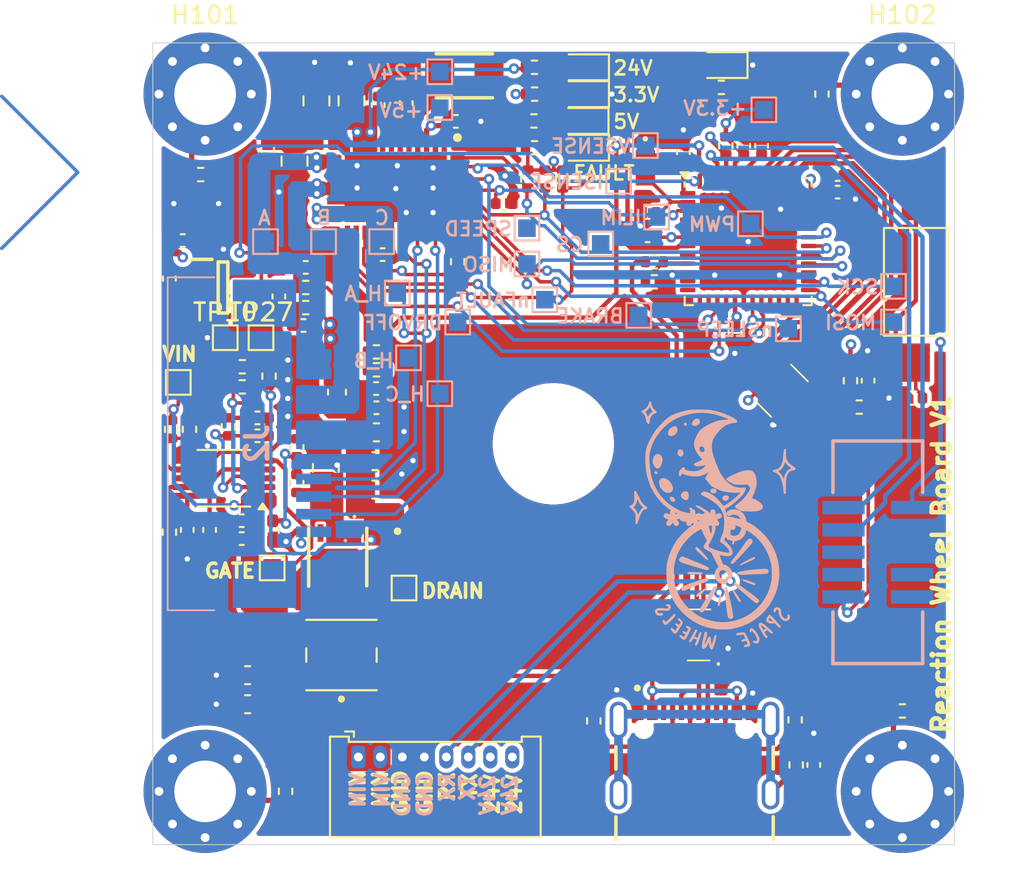
<source format=kicad_pcb>
(kicad_pcb (version 20240108) (generator "pcbnew") (generator_version "8.0")
  (layers (0 "F.Cu" signal) (1 "In1.Cu" power) (2 "In2.Cu" power) (31 "B.Cu" signal) (34 "B.Paste" user) (35 "F.Paste" user) (36 "B.SilkS" user "B.Silkscreen") (37 "F.SilkS" user "F.Silkscreen") (38 "B.Mask" user) (39 "F.Mask" user) (44 "Edge.Cuts" user))
  (net 0 "")
  (net 1 "VDC")
  (net 2 "GND")
  (net 3 "/Buck-Boost/24V_OUT")
  (net 4 "/MCU/DAC0")
  (net 5 "+3.3V")
  (net 6 "/MCU/MCU_nRESET")
  (net 7 "/MCU/SHIELD")
  (net 8 "/Buck-Boost/Drain")
  (net 9 "/MCU/Motor_nFAULT")
  (net 10 "/MCU/VBUS")
  (net 11 "/MCU/D_N")
  (net 12 "/MCU/D_P")
  (net 13 "/Buck-Boost/CURRENTSENSE")
  (net 14 "/Motor Driver/OUTC")
  (net 15 "/MCU/MISO")
  (net 16 "/MCU/SCK")
  (net 17 "/Motor Driver/OUTB")
  (net 18 "/MCU/MOSI")
  (net 19 "/MCU/MOTOR_nSLEEP")
  (net 20 "/Motor Driver/SW_BK")
  (net 21 "/MCU/MOTOR_SPEED")
  (net 22 "/MCU/CS")
  (net 23 "/MCU/MOTOR_BRAKE")
  (net 24 "/Motor Driver/OUTA")
  (net 25 "/MCU/Motor_PWM")
  (net 26 "/MCU/MOTOR_DRVOFF")
  (net 27 "/Motor Driver/H_A")
  (net 28 "/Motor Driver/H_B")
  (net 29 "/Motor Driver/H_C")
  (net 30 "/RX")
  (net 33 "/MCU/SWCLK")
  (net 34 "/MCU/SWDIO")
  (net 35 "/Buck-Boost/Source")
  (net 36 "/Buck-Boost/VSENSE")
  (net 37 "/MCU/MOTOR_DIR")
  (net 38 "Net-(U201-SS)")
  (net 39 "Net-(U201-VCC)")
  (net 40 "/Buck-Boost/Feedback")
  (net 41 "Net-(C207-Pad2)")
  (net 42 "Net-(C208-Pad1)")
  (net 43 "Net-(U201-COMP)")
  (net 44 "Net-(D201-K)")
  (net 45 "Net-(IC301-CP)")
  (net 46 "Net-(IC301-CPL)")
  (net 47 "Net-(IC301-CPH)")
  (net 48 "Net-(U401-PA00)")
  (net 49 "Net-(U401-PA01)")
  (net 50 "Net-(U401-VDDCORE)")
  (net 51 "Net-(D301-A)")
  (net 52 "Net-(D302-A)")
  (net 53 "Net-(D303-A)")
  (net 54 "Net-(D304-A)")
  (net 55 "Net-(D402-A)")
  (net 62 "Net-(J401-CC1)")
  (net 63 "Net-(J401-CC2)")
  (net 69 "Net-(J402-Pad10)")
  (net 70 "Net-(Q201-GATE)")
  (net 71 "Net-(U201-RT)")
  (net 72 "/Buck-Boost/Sense-")
  (net 73 "Net-(U201-CS)")
  (net 74 "Net-(R403-Pad2)")
  (net 75 "Net-(U401-PB08)")
  (net 90 "/MCU/ADC3")
  (net 91 "/Motor Driver/FB_BK")
  (net 92 "Net-(R1-Pad1)")
  (net 93 "/Buck-Boost/Sense+")
  (net 94 "/Buck-Boost/UVLO")
  (net 95 "/TX")
  (net 96 "Net-(H101-Pad1)")
  (net 97 "Net-(H102-Pad1)")
  (net 98 "Net-(H103-Pad1)")
  (net 99 "Net-(H104-Pad1)")
  (footprint "Resistor_SMD:R_0402_1005Metric" (layer "F.Cu") (at 154.94 89.154)
    (property "Reference" "R101" (hide yes))
    (property "Value" "10k")
  )
  (footprint "Capacitor_SMD:C_0402_1005Metric" (layer "F.Cu") (at 165.354 84.1985 180)
    (property "Reference" "C406" (hide yes))
    (property "Value" "4.7u")
  )
  (footprint "Resistor_SMD:R_0402_1005Metric" (layer "F.Cu") (at 169.67 96.901)
    (property "Reference" "R403" (hide yes))
    (property "Value" "330R")
  )
  (footprint "TestPoint:TestPoint_Pad_1.0x1.0mm" (layer "F.Cu") (at 140.716 107.696)
    (property "Reference" "TP25" (hide yes))
    (property "Value" "TestPoint")
  )
  (footprint "MountingHole:MountingHole_3.5mm_Pad_Via" (layer "F.Cu") (at 129.413 79.629)
    (property "Reference" "H101")
    (property "Value" "MountingHole_Pad")
  )
  (footprint "TestPoint:TestPoint_Pad_1.0x1.0mm" (layer "F.Cu") (at 132.588 93.472)
    (property "Reference" "TP27")
    (property "Value" "TestPoint")
  )
  (footprint "Resistor_SMD:R_0402_1005Metric" (layer "F.Cu") (at 131.5212 96.266)
    (property "Reference" "R208" (hide yes))
    (property "Value" "24k")
  )
  (footprint "Resistor_SMD:R_0402_1005Metric" (layer "F.Cu") (at 151.5 115.25 90)
    (property "Reference" "R401" (hide yes))
    (property "Value" "5.1k")
  )
  (footprint "Resistor_SMD:R_0402_1005Metric" (layer "F.Cu") (at 148.126 78.105)
    (property "Reference" "R308" (hide yes))
    (property "Value" "10k")
  )
  (footprint "Capacitor_SMD:C_0402_1005Metric_Pad0.74x0.62mm_HandSolder" (layer "F.Cu") (at 132.3868 98.029 180)
    (property "Reference" "C207" (hide yes))
    (property "Value" "100n")
  )
  (footprint "Resistor_SMD:R_0402_1005Metric" (layer "F.Cu") (at 139.147 94.279 180)
    (property "Reference" "R211" (hide yes))
    (property "Value" "3.65k")
  )
  (footprint "MountingHole:MountingHole_6.4mm_M6" (layer "F.Cu") (at 149.225 99.568)
    (property "Reference" "REF**" (hide yes))
    (property "Value" "MountingHole_6.4mm_M6")
  )
  (footprint "Capacitor_SMD:C_0402_1005Metric" (layer "F.Cu") (at 146.4056 85.852)
    (property "Reference" "C307" (hide yes))
    (property "Value" "100n")
  )
  (footprint "Capacitor_SMD:C_0603_1608Metric_Pad1.08x0.95mm_HandSolder" (layer "F.Cu") (at 139.065 100.487)
    (property "Reference" "C212" (hide yes))
    (property "Value" "10u")
  )
  (footprint "Button_Switch_SMD:SW_SPST_FSMSM" (layer "F.Cu") (at 169.799 90.297 -90)
    (property "Reference" "SW401" (hide yes))
    (property "Value" "SW_Push")
  )
  (footprint "Resistor_SMD:R_0402_1005Metric" (layer "F.Cu") (at 149.733 84.455 -90)
    (property "Reference" "R305" (hide yes))
    (property "Value" "10k")
  )
  (footprint "Resistor_SMD:R_0402_1005Metric" (layer "F.Cu") (at 128.524 98.679 90)
    (property "Reference" "R203" (hide yes))
    (property "Value" "3.01k")
  )
  (footprint "Capacitor_SMD:C_0402_1005Metric_Pad0.74x0.62mm_HandSolder" (layer "F.Cu") (at 133.604 91.1265 -90)
    (property "Reference" "C217" (hide yes))
    (property "Value" "100n")
  )
  (footprint "Capacitor_SMD:C_0603_1608Metric_Pad1.08x0.95mm_HandSolder" (layer "F.Cu") (at 131.826 112.649 180)
    (property "Reference" "C202" (hide yes))
    (property "Value" "10u")
  )
  (footprint "Capacitor_SMD:C_0402_1005Metric" (layer "F.Cu") (at 139.5 88.75)
    (property "Reference" "C308" (hide yes))
    (property "Value" "1u")
  )
  (footprint "Connector_Molex:Molex_PicoBlade_53048-0810_1x08_P1.25mm_Horizontal" (layer "F.Cu") (at 138.119 117.299)
    (property "Reference" "J1" (hide yes))
    (property "Value" "Conn_01x08_Pin")
  )
  (footprint "Resistor_SMD:R_0402_1005Metric" (layer "F.Cu") (at 148.136 79.629)
    (property "Reference" "R307" (hide yes))
    (property "Value" "330")
  )
  (footprint "RW_Imports:PRTR5V0U2X" (layer "F.Cu") (at 162.179 96.52 45)
    (property "Reference" "D403" (hide yes))
    (property "Value" "PRTR5V0U2X,215" (hide yes))
  )
  (footprint "Capacitor_SMD:C_0402_1005Metric_Pad0.74x0.62mm_HandSolder" (layer "F.Cu") (at 133.2484 104.4448 -90)
    (property "Reference" "C208" (hide yes))
    (property "Value" "1n")
  )
  (footprint "Resistor_SMD:R_0402_1005Metric" (layer "F.Cu") (at 134.62 101.757 -90)
    (property "Reference" "R206" (hide yes))
    (property "Value" "100")
  )
  (footprint "Capacitor_SMD:C_0402_1005Metric_Pad0.74x0.62mm_HandSolder" (layer "F.Cu") (at 135.128 89.4755)
    (property "Reference" "C216" (hide yes))
    (property "Value" "100n")
  )
  (footprint "Capacitor_SMD:C_0402_1005Metric" (layer "F.Cu") (at 160.02 82.565 -90)
    (property "Reference" "C410" (hide yes))
    (property "Value" "100n")
  )
  (footprint "Capacitor_SMD:C_0402_1005Metric_Pad0.74x0.62mm_HandSolder" (layer "F.Cu") (at 128.141 87.9515 180)
    (property "Reference" "C1" (hide yes))
    (property "Value" "4.7u")
  )
  (footprint "Capacitor_SMD:C_0402_1005Metric_Pad0.74x0.62mm_HandSolder" (layer "F.Cu") (at 135.001 92.7775)
    (property "Reference" "C218" (hide yes))
    (property "Value" "100n")
  )
  (footprint "Resistor_SMD:R_0402_1005Metric" (layer "F.Cu") (at 159.004 82.565 90)
    (property "Reference" "R408" (hide yes))
    (property "Value" "1k")
  )
  (footprint "Resistor_SMD:R_0402_1005Metric" (layer "F.Cu") (at 163 117.75 90)
    (property "Reference" "R404" (hide yes))
    (property "Value" "1M")
  )
  (footprint "Capacitor_SMD:C_0402_1005Metric_Pad0.74x0.62mm_HandSolder" (layer "F.Cu") (at 132.3848 99.045 180)
    (property "Reference" "C209" (hide yes))
    (property "Value" "10p")
  )
  (footprint "Capacitor_SMD:C_0402_1005Metric" (layer "F.Cu") (at 143.6624 81.1784)
    (property "Reference" "C309" (hide yes))
    (property "Value" "22uF")
  )
  (footprint "RW_Imports:IND_XGL4040-223MEC" (layer "F.Cu") (at 137.16 111.506 90)
    (property "Reference" "L201" (hide yes))
    (property "Value" "XGL4040-223MEC")
  )
  (footprint "Resistor_SMD:R_0402_1005Metric" (layer "F.Cu") (at 148.1005 81.153)
    (property "Reference" "R306" (hide yes))
    (property "Value" "330")
  )
  (footprint "MountingHole:MountingHole_3.5mm_Pad_Via" (layer "F.Cu") (at 169.037 79.629)
    (property "Reference" "H102")
    (property "Value" "MountingHole_Pad")
  )
  (footprint "Resistor_SMD:R_0402_1005Metric" (layer "F.Cu") (at 135.128 91.7615 180)
    (property "Reference" "R214" (hide yes))
    (property "Value" "1k")
  )
  (footprint "Capacitor_SMD:C_0402_1005Metric_Pad0.74x0.62mm_HandSolder" (layer "F.Cu") (at 128.397 104.394 -90)
    (property "Reference" "C205" (hide yes))
    (property "Value" "10n")
  )
  (footprint "Capacitor_SMD:C_0805_2012Metric" (layer "F.Cu") (at 134.493 83.439 -90)
    (property "Reference" "C304" (hide yes))
    (property "Value" "22uF")
  )
  (footprint "Resistor_SMD:R_0402_1005Metric" (layer "F.Cu") (at 169.037 114.681)
    (property "Reference" "R106" (hide yes))
    (property "Value" "DNP")
  )
  (footprint "RW_Imports:INDPM3225X150N" (layer "F.Cu") (at 144.145 78.5876)
    (property "Reference" "L301" (hide yes))
    (property "Value" "BCL322515RT-470M-D" (hide yes))
  )
  (footprint "Package_DFN_QFN:QFN-48-1EP_7x7mm_P0.5mm_EP5.15x5.15mm" (layer "F.Cu") (at 160.274 88.011)
    (property "Reference" "U401" (hide yes))
    (property "Value" "ATSAMD21G18A-M")
  )
  (footprint "Capacitor_SMD:C_0402_1005Metric" (layer "F.Cu") (at 140.843 80.137 90)
    (property "Reference" "C306" (hide yes))
    (property "Value" "47n")
  )
  (footprint "Resistor_SMD:R_0402_1005Metric" (layer "F.Cu") (at 134.62 99.725 -90)
    (property "Reference" "R205" (hide yes))
    (property "Value" "6.9k")
  )
  (footprint "RW_Imports:PRTR5V0U2X" (layer "F.Cu") (at 157.48 110.363 90)
    (property "Reference" "D401" (hide yes))
    (property "Value" "PRTR5V0U2X,215" (hide yes))
  )
  (footprint "Resistor_SMD:R_0402_1005Metric" (layer "F.Cu") (at 135.128 90.6185 180)
    (property "Reference" "R212" (hide yes))
    (property "Value" "1k")
  )
  (footprint "Resistor_SMD:R_0402_1005Metric" (layer "F.Cu") (at 131.5212 95.123 180)
    (property "Reference" "R209" (hide yes))
    (property "Value" "1.33k")
  )
  (footprint "LED_SMD:LED_0603_1608Metric" (layer "F.Cu") (at 150.8505 81.153 180)
    (property "Reference" "D301" (hide yes))
    (property "Value" "BLUE")
  )
  (footprint "LED_SMD:LED_0603_1608Metric" (layer "F.Cu") (at 150.876 79.629 180)
    (property "Reference" "D302" (hide yes))
    (property "Value" "GREEN")
  )
  (footprint "RW_Imports:SOT95P280X145-6N" (layer "F.Cu") (at 130.429 90.6185)
    (property "Reference" "IC201" (hide yes))
    (property "Value" "MAX44284WAUT+T" (hide yes))
  )
  (footprint "RW_Imports:BSZ300N15NS5ATMA1" (layer "F.Cu") (at 136.947 105.944 -90)
    (property "Reference" "Q201" (hide yes))
    (property "Value" "BSZ300N15NS5ATMA1" (hide yes))
  )
  (footprint "LED_SMD:LED_0603_1608Metric" (layer "F.Cu") (at 158.75 77.978 180)
    (property "Reference" "D402" (hide yes))
    (property "Value" "YELLOW")
  )
  (footprint "LED_SMD:LED_0603_1608Metric" (layer "F.Cu") (at 150.876 82.677 180)
    (property "Reference" "D304" (hide yes))
    (property "Value" "RED")
  )
  (footprint "LED_SMD:LED_0603_1608Metric" (layer "F.Cu") (at 150.876 78.105 180)
    (property "Reference" "D303" (hide yes))
    (property "Value" "YELLOW")
  )
  (footprint "Capacitor_SMD:C_0805_2012Metric" (layer "F.Cu") (at 135.7376 80.016 90)
    (property "Reference" "C302" (hide yes))
    (property "Value" "22uF")
  )
  (footprint "MountingHole:MountingHole_3.5mm_Pad_Via" (layer "F.Cu") (at 169.037 119.253)
    (property "Reference" "H104" (hide yes))
    (property "Value" "MountingHole_Pad" (hide yes))
  )
  (footprint "TestPoint:TestPoint_Pad_1.0x1.0mm" (layer "F.Cu") (at 133.223 106.553)
    (property "Reference" "TP23" (hide yes))
    (property "Value" "TestPoint")
  )
  (footprint "TestPoint:TestPoint_Pad_1.0x1.0mm" (layer "F.Cu") (at 127.889 96.012)
    (property "Reference" "TP26" (hide yes))
    (property "Value" "TestPoint")
  )
  (footprint "Capacitor_SMD:C_0402_1005Metric" (layer "F.Cu") (at 167.086 95.913 -90)
    (property "Reference" "C401" (hide yes))
    (property "Value" "100n")
  )
  (footprint "Capacitor_SMD:C_0603_1608Metric_Pad1.08x0.95mm_HandSolder" (layer "F.Cu") (at 131.826 114.3 180)
    (property "Reference" "C201" (hide yes))
    (property "Value" "10u")
  )
  (footprint "Resistor_SMD:R_0402_1005Metric" (layer "F.Cu") (at 143.764 89.154 90)
    (property "Reference" "R304" (hide yes))
    (property "Value" "5.1k")
  )
  (footprint "RW_Imports:830105946101" (layer "F.Cu") (at 154.432 83.82 -90)
    (property "Reference" "Y401" (hide yes))
    (property "Value" "830105946101" (hide yes))
  )
  (footprint "Capacitor_SMD:C_0402_1005Metric" (layer "F.Cu") (at 154.559 86.36)
    (property "Reference" "C404" (hide yes))
    (property "Value" "20p")
  )
  (footprint "Resistor_SMD:R_0402_1005Metric" (layer "F.Cu") (at 147.749 84.455 -90)
    (property "Reference" "R302" (hide yes))
    (property "Value" "5.1k")
  )
  (footprint "Resistor_SMD:R_0402_1005Metric" (layer "F.Cu") (at 164.465 79.629 -90)
    (property "Reference" "R104" (hide yes))
    (property "Value" "DNP")
  )
  (footprint "Resistor_SMD:R_0402_1005Metric" (layer "F.Cu") (at 139.147 95.295)
    (property "Reference" "R210" (hide yes))
    (property "Value" "24k")
  )
  (footprint "Capacitor_SMD:C_0402_1005Metric" (layer "F.Cu") (at 159.524 93.1985 90)
    (property "Reference" "C407" (hide yes))
    (property "Value" "100n")
  )
  (footprint "Resistor_SMD:R_0402_1005Metric" (layer "F.Cu") (at 127.381 104.521 -90)
    (property "Reference" "R201" (hide yes))
    (property "Value" "16k")
  )
  (footprint "RW_Imports:X3-WLB1608-2" (layer "F.Cu") (at 140.335 105.6245 -90)
    (property "Reference" "D201" (hide yes))
    (property "Value" "SDM2U30CSP-7" (hide yes))
  )
  (footprint "Capacitor_SMD:C_0402_1005Metric" (layer "F.Cu") (at 161.036 82.565 -90)
    (property "Reference" "C405" (hide yes))
    (property "Value" "1u")
  )
  (footprint "Resistor_SMD:R_0805_2012Metric_Pad1.20x1.40mm_HandSolder" (layer "F.Cu") (at 136.271 100.868 -90)
    (property "Reference" "R207" (hide yes))
    (property "Value" "390m")
  )
  (footprint "Resistor_SMD:R_0402_1005Metric" (layer "F.Cu") (at 148.126 82.677)
    (property "Reference" "R309" (hide yes))
    (property "Value" "330")
  )
  (footprint "Capacitor_SMD:C_0402_1005Metric" (layer "F.Cu") (at 139.25 80.25 -90)
    (property "Reference" "C303" (hide yes))
    (property "Value" "1u")
  )
  (footprint "Resistor_SMD:R_0402_1005Metric" (layer "F.Cu") (at 166.586 97.413 180)
    (property "Reference" "R407" (hide yes))
    (property "Value" "39R")
  )
  (footprint "Resistor_SMD:R_0402_1005Metric" (layer "F.Cu") (at 148.717 84.455 -90)
    (property "Reference" "R303" (hide yes))
    (property "Value" "5.1k")
  )
  (footprint "Capacitor_SMD:C_0402_1005Metric_Pad0.74x0.62mm_HandSolder" (layer "F.Cu") (at 139.132 96.361)
    (property "Reference" "C214" (hide yes))
    (property "Value" "1u")
  )
  (footprint "Capacitor_SMD:C_0402_1005Metric" (layer "F.Cu") (at 165.354 85.1985 180)
    (property "Reference" "C408" (hide yes))
    (property "Value" "100n")
  )
  (footprint "Capacitor_SMD:C_0402_1005Metric" (layer "F.Cu") (at 164 117.75 90)
    (property "Reference" "C402" (hide yes))
    (property "Value" "4.7n")
  )
  (footprint "Resistor_SMD:R_0402_1005Metric" (layer "F.Cu") (at 158.75 79.248 180)
    (property "Reference" "R406" (hide yes))
    (property "Value" "330")
  )
  (footprint "Capacitor_SMD:C_0603_1608Metric_Pad1.08x0.95mm_HandSolder" (layer "F.Cu") (at 139.065 102.108)
    (property "Reference" "C213" (hide yes))
    (property "Value" "10u")
  )
  (footprint "Resistor_SMD:R_0402_1005Metric" (layer "F.Cu") (at 154.94 90.297)
    (property "Reference" "R102" (hide yes))
    (property "Value" "1k")
  )
  (footprint "Resistor_SMD:R_0402_1005Metric" (layer "F.Cu") (at 133.985 119.253 90)
    (property "Reference" "R105" (hide yes))
    (property "Value" "DNP")
  )
  (footprint "Resistor_SMD:R_0402_1005Metric" (layer "F.Cu") (at 129.159 84.201)
    (property "Reference" "R103" (hide yes))
    (property "Value" "DNP")
  )
  (footprint "RW_Imports:QFN50P500X700X100-41N-D" (layer "F.Cu") (at 140.25 85 -90)
    (property "Reference" "IC301" (hide yes))
    (property "Value" "MCT8316Z0RQRGFRQ1" (hide yes))
  )
  (footprint "Capacitor_SMD:C_0603_1608Metric" (layer "F.Cu") (at 136.906 96.565 -90)
    (property "Reference" "R213" (hide yes))
    (property "Value" "20m")
  )
  (footprint "Capacitor_SMD:C_0402_1005Metric_Pad0.74x0.62mm_HandSolder" (layer "F.Cu") (at 131.49 104.887 180)
    (property "Reference" "C203" (hide yes))
    (property "Value" "1u")
  )
  (footprint "Package_SO:MSOP-10_3x3mm_P0.5mm" (layer "F.Cu") (at 130.474 101.458 180)
    (property "Reference" "U201" (hide yes))
    (property "Value" "LM5022MM")
  )
  (footprint "Capacitor_SMD:C_0402_1005Metric_Pad0.74x0.62mm_HandSolder" (layer "F.Cu") (at 129.667 104.394 -90)
    (property "Reference" "C206" (hide yes))
    (property "Value" "1u")
  )
  (footprint "Capacitor_SMD:C_0603_1608Metric_Pad1.08x0.95mm_HandSolder" (layer "F.Cu") (at 139.147 98.851)
    (property "Reference" "C211" (hide yes))
    (property "Value" "10u")
  )
  (footprint "Capacitor_SMD:C_0402_1005Metric" (layer "F.Cu") (at 132.969 82.804 -90)
    (property "Reference" "C305" (hide yes))
    (property "Value" "100n")
  )
  (footprint "Resistor_SMD:R_0402_1005Metric" (layer "F.Cu") (at 133.0452 95.6564 -90)
    (property "Reference" "R1" (hide yes))
    (property "Value" "20")
  )
  (footprint "Capacitor_SMD:C_0805_2012Metric" (layer "F.Cu") (at 137.731 80.01 90)
    (property "Reference" "C301" (hide yes))
    (property "Value" "22uF")
  )
  (footprint "Resistor_SMD:R_0402_1005Metric" (layer "F.Cu") (at 130.7358 98.537 -90)
    (property "Reference" "R204" (hide yes))
    (property "Value" "1.1k")
  )
  (footprint "Resistor_SMD:R_0402_1005Metric" (layer "F.Cu") (at 166.086 95.913 90)
    (property "Reference" "R402" (hide yes))
    (property "Value" "10k")
  )
  (footprint "Resistor_SMD:R_0402_1005Metric" (layer "F.Cu") (at 162.941 115.189 90)
    (property "Reference" "R405" (hide yes))
    (property "Value" "5.1k")
  )
  (footprint "TestPoint:TestPoint_Pad_1.0x1.0mm" (layer "F.Cu") (at 130.556 93.472)
    (property "Reference" "TP10")
    (property "Value" "TestPoint")
  )
  (footprint "MountingHole:MountingHole_3.5mm_Pad_Via" (layer "F.Cu") (at 129.413 119.253)
    (property "Reference" "H103" (hide yes))
    (property "Value" "MountingHole_Pad" (hide yes))
  )
  (footprint "Capacitor_SMD:C_0402_1005Metric_Pad0.74x0.62mm_HandSolder" (layer "F.Cu") (at 131.49 103.871 180)
    (property "Reference" "C204" (hide yes))
    (property "Value" "100n")
  )
  (footprint "Capacitor_SMD:C_0402_1005Metric_Pad0.74x0.62mm_HandSolder" (layer "F.Cu") (at 127.381 90.1105 90)
    (property "Reference" "C210" (hide yes))
    (property "Value" "100n")
  )
  (footprint "RW_Imports:GCT_USB4105-GF-A" (layer "F.Cu") (at 157.226 119.38)
    (property "Reference" "J401" (hide yes))
    (property "Value" "USB4105-GF-A")
  )
  (footprint "Capacitor_SMD:C_0402_1005Metric" (layer "F.Cu") (at 154.559 87.6808)
    (property "Reference" "C409" (hide yes))
    (property "Value" "100n")
  )
  (footprint "Capacitor_SMD:C_0402_1005Metric_Pad0.74x0.62mm_HandSolder" (layer "F.Cu") (at 139.147 97.454)
    (property "Reference" "C215" (hide yes))
    (property "Value" "100n")
  )
  (footprint "Resistor_SMD:R_0402_1005Metric" (layer "F.Cu") (at 127.508 98.679 -90)
    (property "Reference" "R202" (hide yes))
    (property "Value" "10k")
  )
  (footprint "Capacitor_SMD:C_0402_1005Metric" (layer "F.Cu") (at 156.591 82.931 -90)
    (property "Reference" "C403" (hide yes))
    (property "Value" "20p")
  )
  (footprint "RW_Imports:2002152100010T4LF" (layer "B.Cu") (at 167.64 105.664 -90)
    (property "Reference" "J402" (hide yes))
    (property "Value" "20021521-00010T4LF" (hide yes))
  )
  (footprint "TestPoint:TestPoint_Pad_1.0x1.0mm" (layer "B.Cu") (at 143.764 92.583 180)
    (property "Reference" "TP14" (hide yes))
    (property "Value" "TestPoint")
  )
  (footprint "RW_Imports:1849531" (layer "B.Cu") (at 131.4352 99.5 90)
    (property "Reference" "J2")
    (property "Value" "1-84953-1" (hide yes))
  )
  (footprint "TestPoint:TestPoint_Pad_1.0x1.0mm" (layer "B.Cu") (at 151.892 88.138 180)
    (property "Reference" "TP19" (hide yes))
    (property "Value" "TestPoint")
  )
  (footprint "TestPoint:TestPoint_Pad_1.0x1.0mm" (layer "B.Cu") (at 142.748 96.651 180)
    (property "Reference" "TP6" (hide yes))
    (property "Value" "TestPoint")
  )
  (footprint "RW_Imports:logo" (layer "B.Cu") (at 157.872051 104.202129 180)
    (property "Reference" "G***")
    (property "Value" "LOGO" (hide yes))
  )
  (footprint "TestPoint:TestPoint_Pad_1.0x1.0mm" (layer "B.Cu") (at 154.051 92.202 180)
    (property "Reference" "TP12" (hide yes))
    (property "Value" "TestPoint")
  )
  (footprint "TestPoint:TestPoint_Pad_1.0x1.0mm" (layer "B.Cu") (at 162.56 92.964 180)
    (property "Reference" "TP16" (hide yes))
    (property "Value" "TestPoint")
  )
  (footprint "TestPoint:TestPoint_Pad_1.0x1.0mm" (layer "B.Cu") (at 152.908 84.582 180)
    (property "Reference" "TP15" (hide yes))
    (property "Value" "TestPoint")
  )
  (footprint "TestPoint:TestPoint_Pad_1.0x1.0mm" (layer "B.Cu") (at 168.529 90.551 180)
    (property "Reference" "TP20" (hide yes))
    (property "Value" "TestPoint")
  )
  (footprint "TestPoint:TestPoint_Pad_1.0x1.0mm" (layer "B.Cu") (at 142.748 80.391 180)
    (property "Reference" "TP7" (hide yes))
    (property "Value" "TestPoint")
  )
  (footprint "TestPoint:TestPoint_Pad_1.0x1.0mm" (layer "B.Cu") (at 160.401 86.995 180)
    (property "Reference" "TP9" (hide yes))
    (property "Value" "TestPoint")
  )
  (footprint "TestPoint:TestPoint_Pad_1.0x1.0mm" (layer "B.Cu") (at 155.067 86.614 180)
    (property "Reference" "TP11" (hide yes))
    (property "Value" "TestPoint")
  )
  (footprint "TestPoint:TestPoint_Pad_1.0x1.0mm" (layer "B.Cu") (at 154.432 82.55 180)
    (property "Reference" "TP13" (hide yes))
    (property "Value" "TestPoint")
  )
  (footprint "TestPoint:TestPoint_Pad_1.0x1.0mm" (layer "B.Cu") (at 161.163 80.518 180)
    (property "Reference" "TP8" (hide yes))
    (property "Value" "TestPoint")
  )
  (footprint "TestPoint:TestPoint_Pad_1.0x1.0mm" (layer "B.Cu") (at 147.701 89.281 180)
    (property "Reference" "TP22" (hide yes))
    (property "Value" "TestPoint")
  )
  (footprint "TestPoint:TestPoint_Pad_1.0x1.0mm" (layer "B.Cu") (at 168.529 92.583 180)
    (property "Reference" "TP21" (hide yes))
    (property "Value" "TestPoint")
  )
  (footprint "TestPoint:TestPoint_Pad_1.0x1.0mm" (layer "B.Cu") (at 136.144 88.011 180)
    (property "Reference" "TP2" (hide yes))
    (property "Value" "TestPoint")
  )
  (footprint "TestPoint:TestPoint_Pad_1.0x1.0mm" (layer "B.Cu") (at 142.748 78.359 180)
    (property "Reference" "TP24" (hide yes))
    (property "Value" "TestPoint")
  )
  (footprint "TestPoint:TestPoint_Pad_1.0x1.0mm" (layer "B.Cu") (at 139.446 88.011 180)
    (property "Reference" "TP3" (hide yes))
    (property "Value" "TestPoint")
  )
  (footprint "TestPoint:TestPoint_Pad_1.0x1.0mm" (layer "B.Cu") (at 148.717 91.313 180)
    (property "Reference" "TP18" (hide yes))
    (property "Value" "TestPoint")
  )
  (footprint "TestPoint:TestPoint_Pad_1.0x1.0mm" (layer "B.Cu") (at 132.842 88.011 180)
    (property "Reference" "TP1" (hide yes))
    (property "Value" "TestPoint")
  )
  (footprint "TestPoint:TestPoint_Pad_1.0x1.0mm" (layer "B.Cu") (at 140.335 90.932 180)
    (property "Reference" "TP5" (hide yes))
    (property "Value" "TestPoint")
  )
  (footprint "TestPoint:TestPoint_Pad_1.0x1.0mm" (layer "B.Cu") (at 140.97 94.615 180)
    (property "Reference" "TP4" (hide yes))
    (property "Value" "TestPoint")
  )
  (footprint "TestPoint:TestPoint_Pad_1.0x1.0mm" (layer "B.Cu") (at 147.701 87.249 180)
    (property "Reference" "TP17" (hide yes))
    (property "Value" "TestPoint")
  )
  (gr_rect (start 126.44 76.72) (end 172 122.28) (stroke (width 0.05)) (fill none) (layer "Edge.Cuts"))
  (gr_text "VIN" (at 139.954 118.11 90) (layer "B.SilkS") (effects (font (size 0.8 0.8) (thickness 0.2) (bold yes)) (justify left bottom mirror)))
  (gr_text "+24V" (at 141.986 78.867 0) (layer "B.SilkS") (effects (font (size 0.8 0.8) (thickness 0.15) (bold yes)) (justify left bottom mirror)))
  (gr_text "H_C" (at 141.986 97.155 0) (layer "B.SilkS") (effects (font (size 0.8 0.8) (thickness 0.15) (bold yes)) (justify left bottom mirror)))
  (gr_text "SCK" (at 167.767 91.059 0) (layer "B.SilkS") (effects (font (size 0.8 0.8) (thickness 0.15) (bold yes)) (justify left bottom mirror)))
  (gr_text "+3.3V" (at 160.274 80.899 0) (layer "B.SilkS") (effects (font (size 0.8 0.8) (thickness 0.15) (bold yes)) (justify left bottom mirror)))
  (gr_text "A" (at 133.223 87.122 0) (layer "B.SilkS") (effects (font (size 0.8 0.8) (thickness 0.15) (bold yes)) (justify left bottom mirror)))
  (gr_text "MOSI" (at 167.64 93.091 0) (layer "B.SilkS") (effects (font (size 0.8 0.8) (thickness 0.15) (bold yes)) (justify left bottom mirror)))
  (gr_text "GND" (at 141.097 118.11 90) (layer "B.SilkS") (effects (font (size 0.8 0.8) (thickness 0.2) (bold yes)) (justify left bottom mirror)))
  (gr_text "GND" (at 142.367 118.11 90) (layer "B.SilkS") (effects (font (size 0.8 0.8) (thickness 0.2) (bold yes)) (justify left bottom mirror)))
  (gr_text "DRVOFF" (at 143.002 93.091 0) (layer "B.SilkS") (effects (font (size 0.8 0.8) (thickness 0.15) (bold yes)) (justify left bottom mirror)))
  (gr_text "nSLEEP" (at 161.798 93.472 0) (layer "B.SilkS") (effects (font (size 0.8 0.8) (thickness 0.15) (bold yes)) (justify left bottom mirror)))
  (gr_text "24V" (at 147.193 118.237 90) (layer "B.SilkS") (effects (font (size 0.8 0.8) (thickness 0.2) (bold yes)) (justify left bottom mirror)))
  (gr_text "CS" (at 151.003 88.646 0) (layer "B.SilkS") (effects (font (size 0.8 0.8) (thickness 0.15) (bold yes)) (justify left bottom mirror)))
  (gr_text "MISO" (at 147.066 89.789 0) (layer "B.SilkS") (effects (font (size 0.8 0.8) (thickness 0.15) (bold yes)) (justify left bottom mirror)))
  (gr_text "ISENSE" (at 152.146 85.09 0) (layer "B.SilkS") (effects (font (size 0.8 0.8) (thickness 0.15) (bold yes)) (justify left bottom mirror)))
  (gr_text "TX" (at 144.78 118.237 90) (layer "B.SilkS") (effects (font (size 0.8 0.8) (thickness 0.2) (bold yes)) (justify left bottom mirror)))
  (gr_text "SPEED" (at 146.939 87.757 0) (layer "B.SilkS") (effects (font (size 0.8 0.8) (thickness 0.15) (bold yes)) (justify left bottom mirror)))
  (gr_text "ILIM" (at 154.305 87.122 0) (layer "B.SilkS") (effects (font (size 0.8 0.8) (thickness 0.15) (bold yes)) (justify left bottom mirror)))
  (gr_text "C" (at 139.954 87.122 0) (layer "B.SilkS") (effects (font (size 0.8 0.8) (thickness 0.15) (bold yes)) (justify left bottom mirror)))
  (gr_text "24V" (at 145.923 118.237 90) (layer "B.SilkS") (effects (font (size 0.8 0.8) (thickness 0.2) (bold yes)) (justify left bottom mirror)))
  (gr_text "+5V" (at 141.859 81.026 0) (layer "B.SilkS") (effects (font (size 0.8 0.8) (thickness 0.15) (bold yes)) (justify left bottom mirror)))
  (gr_text "nFAULT" (at 147.955 91.821 0) (layer "B.SilkS") (effects (font (size 0.8 0.8) (thickness 0.15) (bold yes)) (justify left bottom mirror)))
  (gr_text "BRAKE" (at 153.289 92.71 0) (layer "B.SilkS") (effects (font (size 0.8 0.8) (thickness 0.15) (bold yes)) (justify left bottom mirror)))
  (gr_text "B" (at 136.652 87.122 0) (layer "B.SilkS") (effects (font (size 0.8 0.8) (thickness 0.15) (bold yes)) (justify left bottom mirror)))
  (gr_text "VIN" (at 138.557 118.11 90) (layer "B.SilkS") (effects (font (size 0.8 0.8) (thickness 0.2) (bold yes)) (justify left bottom mirror)))
  (gr_text "H_A" (at 139.573 91.44 0) (layer "B.SilkS") (effects (font (size 0.8 0.8) (thickness 0.15) (bold yes)) (justify left bottom mirror)))
  (gr_text "RX" (at 143.637 118.11 90) (layer "B.SilkS") (effects (font (size 0.8 0.8) (thickness 0.2) (bold yes)) (justify left bottom mirror)))
  (gr_text "H_B" (at 140.208 95.25 0) (layer "B.SilkS") (effects (font (size 0.8 0.8) (thickness 0.15) (bold yes)) (justify left bottom mirror)))
  (gr_text "VSENSE" (at 153.67 83.058 0) (layer "B.SilkS") (effects (font (size 0.8 0.8) (thickness 0.15) (bold yes)) (justify left bottom mirror)))
  (gr_text "PWM" (at 159.639 87.503 0) (layer "B.SilkS") (effects (font (size 0.8 0.8) (thickness 0.15) (bold yes)) (justify left bottom mirror)))
  (gr_text "TX" (at 144.907 119.761 90) (layer "F.SilkS") (effects (font (size 0.8 0.8) (thickness 0.2) (bold yes)) (justify left bottom)))
  (gr_text "24V" (at 146.177 120.65 90) (layer "F.SilkS") (effects (font (size 0.8 0.8) (thickness 0.2) (bold yes)) (justify left bottom)))
  (gr_text "3.3V" (at 152.527 80.137 0) (layer "F.SilkS") (effects (font (size 0.8 0.8) (thickness 0.15) (bold yes)) (justify left bottom)))
  (gr_text "Reaction Wheel Board V1" (at 171.831 116.078 90) (layer "F.SilkS") (effects (font (size 1 1) (thickness 0.25) (bold yes)) (justify left bottom)))
  (gr_text "24V" (at 152.527 78.613 0) (layer "F.SilkS") (effects (font (size 0.8 0.8) (thickness 0.15) (bold yes)) (justify left bottom)))
  (gr_text "24V" (at 147.447 120.65 90) (layer "F.SilkS") (effects (font (size 0.8 0.8) (thickness 0.2) (bold yes)) (justify left bottom)))
  (gr_text "5V" (at 152.527 81.661 0) (layer "F.SilkS") (effects (font (size 0.8 0.8) (thickness 0.15) (bold yes)) (justify left bottom)))
  (gr_text "VIN" (at 139.827 120.142 90) (layer "F.SilkS") (effects (font (size 0.8 0.8) (thickness 0.2) (bold yes)) (justify left bottom)))
  (gr_text "VIN" (at 126.873 94.869 0) (layer "F.SilkS") (effects (font (size 0.8 0.8) (thickness 0.2) (bold yes)) (justify left bottom)))
  (gr_text "RX" (at 143.637 119.888 90) (layer "F.SilkS") (effects (font (size 0.8 0.8) (thickness 0.2) (bold yes)) (justify left bottom)))
  (gr_text "GND" (at 140.97 120.65 90) (layer "F.SilkS") (effects (font (size 0.8 0.8) (thickness 0.2) (bold yes)) (justify left bottom)))
  (gr_text "GATE" (at 129.286 107.188 0) (layer "F.SilkS") (effects (font (size 0.8 0.8) (thickness 0.2) (bold yes)) (justify left bottom)))
  (gr_text "VIN" (at 138.557 120.142 90) (layer "F.SilkS") (effects (font (size 0.8 0.8) (thickness 0.2) (bold yes)) (justify left bottom)))
  (gr_text "FAULT" (at 150.241 84.582 0) (layer "F.SilkS") (effects (font (size 0.8 0.8) (thickness 0.15) (bold yes)) (justify left bottom)))
  (gr_text "GND" (at 142.367 120.65 90) (layer "F.SilkS") (effects (font (size 0.8 0.8) (thickness 0.2) (bold yes)) (justify left bottom)))
  (gr_text "DRAIN" (at 141.605 108.331 0) (layer "F.SilkS") (effects (font (size 0.8 0.8) (thickness 0.2) (bold yes)) (justify left bottom)))
  (segment (start 153.924 89.154) (end 154.43 89.154) (width 0.25) (layer "F.Cu") (net 1))
  (segment (start 127.508 98.169) (end 127.508 97.649) (width 0.25) (layer "F.Cu") (net 1))
  (segment (start 132.0575 102.997) (end 131.064 102.997) (width 0.2) (layer "F.Cu") (net 1))
  (segment (start 156.21 107.442) (end 156.21 93.345) (width 0.25) (layer "F.Cu") (net 1))
  (segment (start 137.16 112.691) (end 150.961 112.691) (width 0.25) (layer "F.Cu") (net 1))
  (segment (start 127.889 97.268) (end 127.621 97.536) (width 0.2) (layer "F.Cu") (net 1))
  (segment (start 132.111 102.458) (end 132.5865 102.458) (width 0.25) (layer "F.Cu") (net 1))
  (segment (start 150.961 112.691) (end 156.21 107.442) (width 0.25) (layer "F.Cu") (net 1))
  (segment (start 132.0575 102.997) (end 132.0575 102.5115) (width 0.2) (layer "F.Cu") (net 1))
  (segment (start 153.67 90.805) (end 153.67 89.408) (width 0.25) (layer "F.Cu") (net 1))
  (segment (start 132.0575 102.5115) (end 132.08 102.489) (width 0.2) (layer "F.Cu") (net 1))
  (segment (start 156.21 93.345) (end 153.67 90.805) (width 0.25) (layer "F.Cu") (net 1))
  (segment (start 132.0575 104.887) (end 132.0575 102.997) (width 0.2) (layer "F.Cu") (net 1))
  (segment (start 153.67 89.408) (end 153.924 89.154) (width 0.25) (layer "F.Cu") (net 1))
  (segment (start 127.889 96.012) (end 127.889 97.268) (width 0.2) (layer "F.Cu") (net 1))
  (via (at 131.064 102.997) (size 0.6) (drill 0.3) (layers "F.Cu" "B.Cu") (net 1))
  (via (at 127.621 97.536) (size 0.6) (drill 0.3) (layers "F.Cu" "B.Cu") (net 1))
  (segment (start 127.635 101.727) (end 127.635 97.55) (width 0.25) (layer "B.Cu") (net 1))
  (segment (start 128.905 102.997) (end 127.635 101.727) (width 0.25) (layer "B.Cu") (net 1))
  (segment (start 131.064 102.997) (end 128.905 102.997) (width 0.25) (layer "B.Cu") (net 1))
  (segment (start 127.635 97.55) (end 127.621 97.536) (width 0.25) (layer "B.Cu") (net 1))
  (segment (start 140 85.25) (end 140.25 85) (width 0.3) (layer "F.Cu") (net 2))
  (segment (start 130.9225 103.871) (end 130.9225 104.887) (width 0.25) (layer "F.Cu") (net 2))
  (segment (start 141.194 100.487) (end 141.224 100.457) (width 0.5) (layer "F.Cu") (net 2))
  (segment (start 127.381 90.678) (end 129.1195 90.678) (width 0.25) (layer "F.Cu") (net 2))
  (segment (start 160.524 87.761) (end 160.274 88.011) (width 0.25) (layer "F.Cu") (net 2))
  (segment (start 160.79926 83.811) (end 160.524 84.08626) (width 0.25) (layer "F.Cu") (net 2))
  (segment (start 146.8856 85.852) (end 146.8856 84.7064) (width 0.2) (layer "F.Cu") (net 2))
  (segment (start 159.5375 77.978) (end 160.528 77.978) (width 0.25) (layer "F.Cu") (net 2))
  (segment (start 162.052 89.789) (end 162.052 89.916) (width 0.25) (layer "F.Cu") (net 2))
  (segment (start 130.9635 112.649) (end 130.9635 113.665) (width 0.5) (layer "F.Cu") (net 2))
  (segment (start 154.079 86.36) (end 154.079 87.061691) (width 0.3) (layer "F.Cu") (net 2))
  (segment (start 128.7085 87.9515) (end 129.076 87.9515) (width 0.25) (layer "F.Cu") (net 2))
  (segment (start 151.8412 113.4872) (end 152.8064 113.4872) (width 0.3) (layer "F.Cu") (net 2))
  (segment (start 159.524 93.6785) (end 159.524 94.349) (width 0.2) (layer "F.Cu") (net 2))
  (segment (start 139.6995 96.361) (end 139.6995 98.541) (width 0.5) (layer "F.Cu") (net 2))
  (segment (start 154.079 87.061691) (end 154.140089 87.12278) (width 0.3) (layer "F.Cu") (net 2))
  (segment (start 140 88.73) (end 140 87.5) (width 0.3) (layer "F.Cu") (net 2))
  (segment (start 161.036 82.085) (end 161.079 82.085) (width 0.25) (layer "F.Cu") (net 2))
  (segment (start 140.0095 102.026) (end 139.9275 102.108) (width 0.5) (layer "F.Cu") (net 2))
  (segment (start 165.9705 85.1985) (end 166.37 85.598) (width 0.2) (layer "F.Cu") (net 2))
  (segment (start 129.179 90.6185) (end 130.104 90.6185) (width 0.25) (layer "F.Cu") (net 2))
  (segment (start 154.079 86.36) (end 154.079 87.0204) (width 0.3) (layer "F.Cu") (net 2))
  (segment (start 167.086 95.433) (end 167.086 94.239937) (width 0.25) (layer "F.Cu") (net 2))
  (segment (start 151.6635 80.391) (end 151.6635 81.1275) (width 0.25) (layer "F.Cu") (net 2))
  (segment (start 161.266102 83.811) (end 160.79926 83.811) (width 0.25) (layer "F.Cu") (net 2))
  (segment (start 158.48 111.113) (end 159.119 111.113) (width 0.2) (layer "F.Cu") (net 2))
  (segment (start 152.8064 113.4872) (end 153.5176 113.4872) (width 0.3) (layer "F.Cu") (net 2))
  (segment (start 160.024 91.4485) (end 160.024 88.261) (width 0.25) (layer "F.Cu") (net 2))
  (segment (start 130.01085 88.88635) (end 130.4544 88.4428) (width 0.25) (layer "F.Cu") (net 2))
  (segment (start 156.591 82.451) (end 156.591 81.661) (width 0.25) (layer "F.Cu") (net 2))
  (segment (start 136.75 84.25) (end 139.5 84.25) (width 0.3) (layer "F.Cu") (net 2))
  (segment (start 162.941 114.679) (end 163.828 114.679) (width 0.25) (layer "F.Cu") (net 2))
  (segment (start 159.524 94.349) (end 159.512 94.361) (width 0.2) (layer "F.Cu") (net 2))
  (segment (start 151.6635 81.1275) (end 151.638 81.153) (width 0.25) (layer "F.Cu") (net 2))
  (segment (start 141.5 82.5) (end 141.5 83.75) (width 0.3) (layer "F.Cu") (net 2))
  (segment (start 137.5 82.5) (end 137.5 83.144) (width 0.3) (layer "F.Cu") (net 2))
  (segment (start 160.524 84.08626) (end 160.524 84.5735) (width 0.25) (layer "F.Cu") (net 2))
  (segment (start 136.906 100.503) (end 136.271 99.868) (width 0.25) (layer "F.Cu") (net 2))
  (segment (start 151.6635 78.105) (end 151.6635 79.629) (width 0.3) (layer "F.Cu") (net 2))
  (segment (start 156.8365 87.261) (end 159.524 87.261) (width 0.25) (layer "F.Cu") (net 2))
  (segment (start 159.119 111.113) (end 159.131 111.125) (width 0.2) (layer "F.Cu") (net 2))
  (segment (start 144.1424 81.1784) (end 145.0848 81.1784) (width 0.3) (layer "F.Cu") (net 2))
  (segment (start 139.356 85) (end 140.25 85) (width 0.3) (layer "F.Cu") (net 2))
  (segment (start 160.274 88.011) (end 162.052 89.789) (width 0.25) (layer "F.Cu") (net 2))
  (segment (start 146.8856 84.7064) (end 146.4564 84.2772) (width 0.2) (layer "F.Cu") (net 2))
  (segment (start 163.828 114.679) (end 164 114.851) (width 0.25) (layer "F.Cu") (net 2))
  (segment (start 140.0095 101.219) (end 140.0095 102.026) (width 0.5) (layer "F.Cu") (net 2))
  (segment (start 140.0095 98.851) (end 140.0095 101.219) (width 0.5) (layer "F.Cu") (net 2))
  (segment (start 169.16 96.901) (end 168.275 96.901) (width 0.2) (layer "F.Cu") (net 2))
  (segment (start 164.53751 85.8335) (end 165.508999 85.8335) (width 0.25) (layer "F.Cu") (net 2))
  (segment (start 136.906 100.711) (end 136.906 100.503) (width 0.25) (layer "F.Cu") (net 2))
  (segment (start 163.97 117.24) (end 164 117.27) (width 0.25) (layer "F.Cu") (net 2))
  (segment (start 130.01085 88.88635) (end 130.883 89.7585) (width 0.25) (layer "F.Cu") (net 2))
  (segment (start 151.5 113.8284) (end 151.8412 113.4872) (width 0.3) (layer "F.Cu") (net 2))
  (segment (start 127.525 104.887) (end 127.381 105.031) (width 0.25) (layer "F.Cu") (net 2))
  (segment (start 160.426 113.767) (end 160.528 113.665) (width 0.25) (layer "F.Cu") (net 2))
  (segment (start 137.5 83.144) (end 139.356 85) (width 0.3) (layer "F.Cu") (net 2))
  (segment (start 161.079 82.085) (end 161.671 82.677) (width 0.25) (layer "F.Cu") (net 2))
  (segment (start 139.98 88.75) (end 140 88.73) (width 0.3) (layer "F.Cu") (net 2))
  (segment (start 139.5 84.25) (end 140.25 85) (width 0.3) (layer "F.Cu") (net 2))
  (segment (start 153.5176 113.4872) (end 154.026 113.9956) (width 0.3) (layer "F.Cu") (net 2))
  (segment (start 165.834 84.1985) (end 165.834 85.1985) (width 0.2) (layer "F.Cu") (net 2))
  (segment (start 130.104 90.6185) (end 130.964 89.7585) (width 0.25) (layer "F.Cu") (net 2))
  (segment (start 139.7145 97.454) (end 140.671 97.454) (width 0.5) (layer "F.Cu") (net 2))
  (segment (start 165.834 85.1985) (end 165.9705 85.1985) (width 0.2) (layer "F.Cu") (net 2))
  (segment (start 139.5 85.75) (end 140.25 85) (width 0.3) (layer "F.Cu") (net 2))
  (segment (start 162.338564 97.757436) (end 161.671 98.425) (width 0.2) (layer "F.Cu") (net 2))
  (segment (start 151.6635 79.629) (end 151.6635 80.391) (width 0.25) (layer "F.Cu") (net 2))
  (segment (start 140.0095 101.219) (end 140.589 101.219) (width 0.5) (layer "F.Cu") (net 2))
  (segment (start 165.508999 85.8335) (end 165.834 85.508499) (width 0.25) (layer "F.Cu") (net 2))
  (segment (start 162.524 85.761) (end 162.1155 86.1695) (width 0.25) (layer "F.Cu") (net 2))
  (segment (start 160.524 84.5735) (end 160.524 87.761) (width 0.25) (layer "F.Cu") (net 2))
  (segment (start 130.9635 113.665) (end 130.9635 114.3) (width 0.5) (layer "F.Cu") (net 2))
  (segment (start 164 115.951) (end 164 117.27) (width 0.25) (layer "F.Cu") (net 2))
  (segment (start 139.9275 100.487) (end 141.194 100.487) (width 0.5) (layer "F.Cu") (net 2))
  (segment (start 159.524 87.261) (end 160.274 88.011) (width 0.25) (layer "F.Cu") (net 2))
  (segment (start 167.086 94.239937) (end 167.059066 94.213003) (width 0.25) (layer "F.Cu") (net 2))
  (segment (start 140.75 85) (end 140.25 85) (width 0.3) (layer "F.Cu") (net 2))
  (segment (start 155.831 89.916) (end 155.45 90.297) (width 0.2) (layer "F.Cu") (net 2))
  (segment (start 130.883 89.7585) (end 130.964 89.7585) (width 0.25) (layer "F.Cu") (net 2))
  (segment (start 165.834 85.508499) (end 165.834 85.1985) (width 0.25) (layer "F.Cu") (net 2))
  (segment (start 160.024 88.261) (end 160.274 88.011) (width 0.25) (layer "F.Cu") (net 2))
  (segment (start 142.5 83.25) (end 140.75 85) (width 0.3) (layer "F.Cu") (net 2))
  (segment (start 139.6995 98.541) (end 140.0095 98.851) (width 0.5) (layer "F.Cu") (net 2))
  (segment (start 131.054 89.6685) (end 131.679 89.6685) (width 0.25) (layer "F.Cu") (net 2))
  (segment (start 164.46501 85.761) (end 164.53751 85.8335) (width 0.25) (layer "F.Cu") (net 2))
  (segment (start 128.397 104.9615) (end 128.397 106.045) (width 0.2) (layer "F.Cu") (net 2))
  (segment (start 163 117.24) (end 163.97 117.24) (width 0.25) (layer "F.Cu") (net 2))
  (segment (start 161.671 82.677) (end 161.671 83.406102) (width 0.25) (layer "F.Cu") (net 2))
  (segment (start 160.426 114.625) (end 160.426 113.767) (width 0.25) (layer "F.Cu") (net 2))
  (segment (start 162.355776 97.757436) (end 162.338564 97.757436) (width 0.2) (layer "F.Cu") (net 2))
  (segment (start 140.671 97.454) (end 140.716 97.409) (width 0.5) (layer "F.Cu") (net 2))
  (segment (start 140 87.5) (end 140 85.25) (width 0.3) (layer "F.Cu") (net 2))
  (segment (start 130.964 89.7585) (end 131.054 89.6685) (width 0.25) (layer "F.Cu") (net 2))
  (segment (start 133.9683 105.0123) (end 134.0104 105.0544) (width 0.3) (layer "F.Cu") (net 2))
  (segment (start 130.9225 104.887) (end 127.525 104.887) (width 0.25) (layer "F.Cu") (net 2))
  (segment (start 129.076 87.9515) (end 130.01085 88.88635) (width 0.25) (layer "F.Cu") (net 2))
  (segment (start 133.2484 105.0123) (end 133.9683 105.0123) (width 0.3) (layer "F.Cu") (net 2))
  (segment (start 160.02 82.085) (end 161.036 82.085) (width 0.25) (layer "F.Cu") (net 2))
  (segment (start 141.5 83.75) (end 140.25 85) (width 0.3) (layer "F.Cu") (net 2))
  (segment (start 129.1195 90.678) (end 129.179 90.6185) (width 0.25) (layer "F.Cu") (net 2))
  (segment (start 136.75 85.75) (end 139.5 85.75) (width 0.3) (layer "F.Cu") (net 2))
  (segment (start 164 114.851) (end 164 115.951) (width 0.25) (layer "F.Cu") (net 2))
  (segment (start 155.956 89.916) (end 155.831 89.916) (width 0.2) (layer "F.Cu") (net 2))
  (segment (start 142.5 82.5) (end 142.5 83.25) (width 0.3) (layer "F.Cu") (net 2))
  (segment (start 160.274 88.011) (end 162.1155 86.1695) (width 0.25) (layer "F.Cu") (net 2))
  (segment (start 161.671 83.406102) (end 161.266102 83.811) (width 0.25) (layer "F.Cu") (net 2))
  (segment (start 151.5 114.74) (end 151.5 113.8284) (width 0.3) (layer "F.Cu") (net 2))
  (segment (start 163.7115 85.761) (end 164.46501 85.761) (width 0.25) (layer "F.Cu") (net 2))
  (segment (start 154.026 113.9956) (end 154.026 114.625) (width 0.3) (layer "F.Cu") (net 2))
  (segment (start 154.079 87.0204) (end 154.079 87.503) (width 0.3) (layer "F.Cu") (net 2))
  (segment (start 163.7115 85.761) (end 162.524 85.761) (width 0.25) (layer "F.Cu") (net 2))
  (via (at 162.052 89.916) (size 0.6) (drill 0.3) (layers "F.Cu" "B.Cu") (net 2))
  (via (at 142.367 83.82) (size 0.6) (drill 0.3) (layers "F.Cu" "B.Cu") (net 2))
  (via (at 140.25 85) (size 0.6) (drill 0.3) (layers "F.Cu" "B.Cu") (net 2))
  (via (at 159.131 111.125) (size 0.6) (drill 0.3) (layers "F.Cu" "B.Cu") (net 2))
  (via (at 140.716 98.806) (size 0.6) (drill 0.3) (layers "F.Cu" "B.Cu") (net 2))
  (via (at 156.591 81.661) (size 0.6) (drill 0.3) (layers "F.Cu" "B.Cu") (net 2))
  (via (at 162.1155 86.1695) (size 0.6) (drill 0.3) (layers "F.Cu" "B.Cu") (net 2))
  (via (at 171.1452 105.029) (size 0.6) (drill 0.3) (layers "F.Cu" "B.Cu") (net 2))
  (via (at 130.175 85.852) (size 0.6) (drill 0.3) (layers "F.Cu" "B.Cu") (net 2))
  (via (at 130.048 114.3) (size 0.6) (drill 0.3) (layers "F.Cu" "B.Cu") (net 2))
  (via (at 136.906 100.711) (size 0.6) (drill 0.3) (layers "F.Cu" "B.Cu") (net 2))
  (via (at 161.671 98.425) (size 0.6) (drill 0.3) (layers "F.Cu" "B.Cu") (net 2))
  (via (at 160.528 77.978) (size 0.6) (drill 0.3) (layers "F.Cu" "B.Cu") (net 2))
  (via (at 159.512 94.361) (size 0.6) (drill 0.3) (layers "F.Cu" "B.Cu") (net 2))
  (via (at 138.049 84.963) (size 0.6) (drill 0.3) (layers "F.Cu" "B.Cu") (net 2))
  (via (at 140.589 101.219) (size 0.6) (drill 0.3) (layers "F.Cu" "B.Cu") (net 2))
  (via (at 140.716 97.409) (size 0.6) (drill 0.3) (layers "F.Cu" "B.Cu") (net 2))
  (via (at 134.112 94.742) (size 0.6) (drill 0.3) (layers "F.Cu" "B.Cu") (net 2))
  (via (at 128.397 106.045) (size 0.6) (drill 0.3) (layers "F.Cu" "B.Cu") (net 2))
  (via (at 154.140089 87.12278) (size 0.6) (drill 0.3) (layers "F.Cu" "B.Cu") (net 2))
  (via (at 127.635 85.852) (size 0.6) (drill 0.3) (layers "F.Cu" "B.Cu") (net 2))
  (via (at 137.668 77.851) (size 0.6) (drill 0.3) (layers "F.Cu" "B.Cu") (net 2))
  (via (at 146.4564 84.2772) (size 0.6) (drill 0.3) (layers "F.Cu" "B.Cu") (net 2))
  (via (at 155.956 89.916) (size 0.6) (drill 0.3) (layers "F.Cu" "B.Cu") (net 2))
  (via (at 142.367 86.36) (size 0.6) (drill 0.3) (layers "F.Cu" "B.Cu") (net 2))
  (via (at 141.224 100.457) (size 0.6) (drill 0.3) (layers "F.Cu" "B.Cu") (net 2))
  (via (at 160.274 88.011) (size 0.6) (drill 0.3) (layers "F.Cu" "B.Cu") (net 2))
  (via (at 158.369 89.916) (size 0.6) (drill 0.3) (layers "F.Cu" "B.Cu") (net 2))
  (via (at 129.54 99.6188) (size 0.6) (drill 0.3) (layers "F.Cu" "B.Cu") (net 2))
  (via (at 167.059066 94.213003) (size 0.6) (drill 0.3) (layers "F.Cu" "B.Cu") (net 2))
  (via (at 130.4544 88.4428) (size 0.6) (drill 0.3) (layers "F.Cu" "B.Cu") (net 2))
  (via (at 166.37 85.598) (size 0.6) (drill 0.3) (layers "F.Cu" "B.Cu") (net 2))
  (via (at 130.048 112.649) (size 0.6) (drill 0.3) (layers "F.Cu" "B.Cu") (net 2))
  (via (at 134.112 95.8596) (size 0.6) (drill 0.3) (layers "F.Cu" "B.Cu") (net 2))
  (via (at 145.0848 81.1784) (size 0.6) (drill 0.3) (layers "F.Cu" "B.Cu") (net 2))
  (via (at 142.367 84.963) (size 0.6) (drill 0.3) (layers "F.Cu" "B.Cu") (net 2))
  (via (at 160.528 113.665) (size 0.6) (drill 0.3) (layers "F.Cu" "B.Cu") (net 2))
  (via (at 158.75 86.106) (size 0.6) (drill 0.3) (layers "F.Cu" "B.Cu") (net 2))
  (via (at 138.049 83.693) (size 0.6) (drill 0.3) (layers "F.Cu" "B.Cu") (net 2))
  (via (at 152.527 79.629) (size 0.6) (drill 0.3) (layers "F.Cu" "B.Cu") (net 2))
  (via (at 168.275 96.901) (size 0.6) (drill 0.3) (layers "F.Cu" "B.Cu") (net 2))
  (via (at 140.843 86.36) (size 0.6) (drill 0.3) (layers "F.Cu" "B.Cu") (net 2))
  (via (at 164 115.951) (size 0.6) (drill 0.3) (layers "F.Cu" "B.Cu") (net 2))
  (via (at 134.0104 105.0544) (size 0.6) (drill 0.3) (layers "F.Cu" "B.Cu") (net 2))
  (via (at 135.636 77.8256) (size 0.6) (drill 0.3) (layers "F.Cu" "B.Cu") (net 2))
  (via (at 140.335 83.693) (size 0.6) (drill 0.3) (layers "F.Cu" "B.Cu") (net 2))
  (via (at 133.604 85.1916) (size 0.6) (drill 0.3) (layers "F.Cu" "B.Cu") (net 2))
  (via (at 134.112 97.9424) (size 0.6) (drill 0.3) (layers "F.Cu" "B.Cu") (net 2))
  (via (at 152.8064 113.4872) (size 0.6) (drill 0.3) (layers "F.Cu" "B.Cu") (net 2))
  (via (at 134.112 96.9264) (size 0.6) (drill 0.3) (layers "F.Cu" "B.Cu") (net 2))
  (segment (start 136.695 100.5) (end 134.65 100.5) (width 0.2) (layer "B.Cu") (net 2))
  (segment (start 169.59 105.029) (end 169.59 104.394) (width 0.25) (layer "B.Cu") (net 2))
  (segment (start 136.906 100.711) (end 136.695 100.5) (width 0.2) (layer "B.Cu") (net 2))
  (segment (start 169.59 105.664) (end 169.59 105.029) (width 0.25) (layer "B.Cu") (net 2))
  (segment (start 169.59 105.029) (end 171.1452 105.029) (width 0.25) (layer "B.Cu") (net 2))
  (segment (start 146.9644 78.1812) (end 147.5398 78.1812) (width 0.2) (layer "F.Cu") (net 3))
  (segment (start 147.5398 78.1812) (end 147.616 78.105) (width 0.2) (layer "F.Cu") (net 3))
  (segment (start 135.638 91.7615) (end 136.525 92.6485) (width 0.2) (layer "F.Cu") (net 3))
  (via (at 146.9644 78.1812) (size 0.6) (drill 0.3) (layers "F.Cu" "B.Cu") (net 3))
  (via (at 136.525 93.5228) (size 0.6) (drill 0.3) (layers "F.Cu" "B.Cu") (net 3))
  (via (at 138.811 81.788) (size 0.6) (drill 0.3) (layers "F.Cu" "B.Cu") (net 3))
  (via (at 138.049 81.788) (size 0.6) (drill 0.3) (layers "F.Cu" "B.Cu") (net 3))
  (via (at 136.4996 92.71) (size 0.6) (drill 0.3) (layers "F.Cu" "B.Cu") (net 3))
  (segment (start 138.811 81.788) (end 138.811 79.3242) (width 0.2) (layer "B.Cu") (net 3))
  (segment (start 139.9032 78.232) (end 146.9136 78.232) (width 0.2) (layer "B.Cu") (net 3))
  (segment (start 146.9136 78.232) (end 146.9644 78.1812) (width 0.2) (layer "B.Cu") (net 3))
  (segment (start 138.811 79.3242) (end 139.9032 78.232) (width 0.2) (layer "B.Cu") (net 3))
  (segment (start 144.4 84.75) (end 144.74 85.09) (width 0.2) (layer "F.Cu") (net 4))
  (segment (start 156.260082 86.261) (end 156.8365 86.261) (width 0.2) (layer "F.Cu") (net 4))
  (segment (start 156.006579 86.514503) (end 156.260082 86.261) (width 0.2) (layer "F.Cu") (net 4))
  (segment (start 144.74 85.09) (end 146.142 85.09) (width 0.2) (layer "F.Cu") (net 4))
  (segment (start 145.9256 85.3064) (end 146.142 85.09) (width 0.2) (layer "F.Cu") (net 4))
  (segment (start 143.75 84.75) (end 144.4 84.75) (width 0.2) (layer "F.Cu") (net 4))
  (segment (start 145.9256 85.852) (end 145.9256 85.3064) (width 0.2) (layer "F.Cu") (net 4))
  (via (at 156.006579 86.514503) (size 0.6) (drill 0.3) (layers "F.Cu" "B.Cu") (net 4))
  (via (at 146.142 85.09) (size 0.6) (drill 0.3) (layers "F.Cu" "B.Cu") (net 4))
  (segment (start 155.979076 86.487) (end 153.035 86.487) (width 0.2) (layer "B.Cu") (net 4))
  (segment (start 152.346 85.798) (end 148.835552 85.798) (width 0.2) (layer "B.Cu") (net 4))
  (segment (start 148.835552 85.798) (end 148.127552 85.09) (width 0.2) (layer "B.Cu") (net 4))
  (segment (start 153.035 86.487) (end 152.346 85.798) (width 0.2) (layer "B.Cu") (net 4))
  (segment (start 148.127552 85.09) (end 146.142 85.09) (width 0.2) (layer "B.Cu") (net 4))
  (segment (start 156.006579 86.514503) (end 155.979076 86.487) (width 0.2) (layer "B.Cu") (net 4))
  (segment (start 155.297 87.761) (end 155.9052 87.761) (width 0.2) (layer "F.Cu") (net 5))
  (segment (start 160.800142 96.484645) (end 160.800142 96.501858) (width 0.2) (layer "F.Cu") (net 5))
  (segment (start 139.02 88.75) (end 139.932 89.662) (width 0.2) (layer "F.Cu") (net 5))
  (segment (start 159.524 91.4485) (end 159.524 92.7185) (width 0.25) (layer "F.Cu") (net 5))
  (segment (start 166.086 93.883) (end 166.086 95.403) (width 0.25) (layer "F.Cu") (net 5))
  (segment (start 164.211 85.261) (end 163.83 85.261) (width 0.25) (layer "F.Cu") (net 5))
  (segment (start 139.5 87.5) (end 139.5 88.27) (width 0.2) (layer "F.Cu") (net 5))
  (segment (start 159.524 92.374076) (end 159.623974 92.274102) (width 0.25) (layer "F.Cu") (net 5))
  (segment (start 155.039 87.503) (end 155.297 87.761) (width 0.2) (layer "F.Cu") (net 5))
  (segment (start 164.8115 85.261) (end 164.874 85.1985) (width 0.25) (layer "F.Cu") (net 5))
  (segment (start 159.524 83.541) (end 159.524 84.5735) (width 0.25) (layer "F.Cu") (net 5))
  (segment (start 149.225 83.945) (end 149.225 83.439) (width 0.2) (layer "F.Cu") (net 5))
  (segment (start 139.932 89.662) (end 140.589 89.662) (width 0.2) (layer "F.Cu") (net 5))
  (segment (start 160.800142 96.501858) (end 160.274 97.028) (width 0.2) (layer "F.Cu") (net 5))
  (segment (start 163.7115 85.261) (end 164.8115 85.261) (width 0.25) (layer "F.Cu") (net 5))
  (segment (start 143.547 89.881) (end 140.808 89.881) (width 0.2) (layer "F.Cu") (net 5))
  (segment (start 159.994 83.045) (end 159.004 82.055) (width 0.25) (layer "F.Cu") (net 5))
  (segment (start 159.524 92.7185) (end 159.524 92.374076) (width 0.25) (layer "F.Cu") (net 5))
  (segment (start 140.808 89.881) (end 140.589 89.662) (width 0.2) (layer "F.Cu") (net 5))
  (segment (start 160.159 83.184) (end 160.02 83.045) (width 0.25) (layer "F.Cu") (net 5))
  (segment (start 166.116 93.853) (end 166.086 93.883) (width 0.25) (layer "F.Cu") (net 5))
  (segment (start 164.874 84.1985) (end 164.874 85.1985) (width 0.2) (layer "F.Cu") (net 5))
  (segment (start 160.02 83.045) (end 159.524 83.541) (width 0.25) (layer "F.Cu") (net 5))
  (segment (start 147.749 82.81) (end 147.616 82.677) (width 0.2) (layer "F.Cu") (net 5))
  (segment (start 147.749 83.945) (end 149.225 83.945) (width 0.2) (layer "F.Cu") (net 5))
  (segment (start 160.02 83.045) (end 159.994 83.045) (width 0.25) (layer "F.Cu") (net 5))
  (segment (start 163.7115 85.261) (end 164.211 85.261) (width 0.25) (layer "F.Cu") (net 5))
  (segment (start 155.9052 87.761) (end 156.8365 87.761) (width 0.2) (layer "F.Cu") (net 5))
  (segment (start 159.004 81.28) (end 159.004 82.055) (width 0.25) (layer "F.Cu") (net 5))
  (segment (start 149.225 83.945) (end 149.733 83.945) (width 0.2) (layer "F.Cu") (net 5))
  (segment (start 139.5 88.27) (end 139.02 88.75) (width 0.2) (layer "F.Cu") (net 5))
  (segment (start 147.626 79.629) (end 147.066 79.629) (width 0.2) (layer "F.Cu") (net 5))
  (segment (start 143.764 89.664) (end 143.547 89.881) (width 0.2) (layer "F.Cu") (net 5))
  (segment (start 147.749 83.945) (end 147.749 82.81) (width 0.2) (layer "F.Cu") (net 5))
  (segment (start 163.83 85.261) (end 163.83 84.455) (width 0.25) (layer "F.Cu") (net 5))
  (via (at 147.066 79.629) (size 0.6) (drill 0.3) (layers "F.Cu" "B.Cu") (net 5))
  (via (at 171.2 93.726) (size 0.6) (drill 0.3) (layers "F.Cu" "B.Cu") (net 5))
  (via (at 166.116 93.853) (size 0.6) (drill 0.3) (layers "F.Cu" "B.Cu") (net 5))
  (via (at 160.274 97.028) (size 0.6) (drill 0.3) (layers "F.Cu" "B.Cu") (net 5))
  (via (at 159.623974 92.274102) (size 0.6) (drill 0.3) (layers "F.Cu" "B.Cu") (net 5))
  (via (at 163.83 84.455) (size 0.6) (drill 0.3) (layers "F.Cu" "B.Cu") (net 5))
  (via (at 149.225 83.439) (size 0.6) (drill 0.3) (layers "F.Cu" "B.Cu") (net 5))
  (via (at 159.004 81.28) (size 0.6) (drill 0.3) (layers "F.Cu" "B.Cu") (net 5))
  (via (at 140.589 89.662) (size 0.6) (drill 0.3) (layers "F.Cu" "B.Cu") (net 5))
  (via (at 155.9052 87.761) (size 0.6) (drill 0.3) (layers "F.Cu" "B.Cu") (net 5))
  (segment (start 169.59 102.153) (end 171.2 100.543) (width 0.25) (layer "B.Cu") (net 5))
  (segment (start 159.766 80.518) (end 159.004 81.28) (width 0.2) (layer "B.Cu") (net 5))
  (segment (start 169.59 103.124) (end 169.59 102.153) (width 0.25) (layer "B.Cu") (net 5))
  (segment (start 171.2 100.543) (end 171.2 93.726) (width 0.25) (layer "B.Cu") (net 5))
  (segment (start 161.163 80.518) (end 159.766 80.518) (width 0.2) (layer "B.Cu") (net 5))
  (segment (start 169.450318 85.707) (end 169.799 85.707) (width 0.25) (layer "F.Cu") (net 6))
  (segment (start 161.524 84.08626) (end 162.80226 82.808) (width 0.25) (layer "F.Cu") (net 6))
  (segment (start 169.646842 84.810842) (end 169.672 84.836) (width 0.25) (layer "F.Cu") (net 6))
  (segment (start 169.799 85.3985) (end 169.799 85.707) (width 0.25) (layer "F.Cu") (net 6))
  (segment (start 167.086 96.393) (end 167.395999 96.393) (width 0.25) (layer "F.Cu") (net 6))
  (segment (start 161.524 84.5735) (end 161.524 84.08626) (width 0.25) (layer "F.Cu") (net 6))
  (segment (start 168.656 92.502043) (end 169.799 91.359043) (width 0.25) (layer "F.Cu") (net 6))
  (segment (start 166.116 96.393) (end 166.086 96.423) (width 0.25) (layer "F.Cu") (net 6))
  (segment (start 167.395999 96.393) (end 168.656 95.132999) (width 0.25) (layer "F.Cu") (net 6))
  (segment (start 167.086 96.393) (end 166.116 96.393) (width 0.25) (layer "F.Cu") (net 6))
  (segment (start 166.076 97.413) (end 166.076 96.433) (width 0.25) (layer "F.Cu") (net 6))
  (segment (start 166.551318 82.808) (end 166.551318 82.808001) (width 0.25) (layer "F.Cu") (net 6))
  (segment (start 169.799 91.359043) (end 169.799 85.707) (width 0.25) (layer "F.Cu") (net 6))
  (segment (start 168.656 95.132999) (end 168.656 92.502043) (width 0.25) (layer "F.Cu") (net 6))
  (segment (start 162.80226 82.808) (end 166.551318 82.808) (width 0.25) (layer "F.Cu") (net 6))
  (segment (start 166.551318 82.808001) (end 168.554159 84.810842) (width 0.25) (layer "F.Cu") (net 6))
  (segment (start 168.554159 84.810842) (end 169.646842 84.810842) (width 0.25) (layer "F.Cu") (net 6))
  (segment (start 166.076 96.433) (end 166.086 96.423) (width 0.25) (layer "F.Cu") (net 6))
  (segment (start 163.03 118.23) (end 163 118.26) (width 0.3) (layer "F.Cu") (net 7))
  (segment (start 164 118.23) (end 163.03 118.23) (width 0.3) (layer "F.Cu") (net 7))
  (segment (start 163 118.26) (end 162.666 118.26) (width 0.3) (layer "F.Cu") (net 7))
  (segment (start 162.666 118.26) (end 161.546 119.38) (width 0.3) (layer "F.Cu") (net 7))
  (segment (start 152.906 115.2) (end 153.235 114.871) (width 0.5) (layer "B.Cu") (net 7))
  (segment (start 153.235 114.871) (end 161.217 114.871) (width 0.5) (layer "B.Cu") (net 7))
  (segment (start 161.546 115.2) (end 161.546 119.38) (width 0.5) (layer "B.Cu") (net 7))
  (segment (start 152.906 115.2) (end 152.906 119.38) (width 0.5) (layer "B.Cu") (net 7))
  (segment (start 161.217 114.871) (end 161.546 115.2) (width 0.5) (layer "B.Cu") (net 7))
  (segment (start 149.479 91.313) (end 149.352 91.186) (width 0.2) (layer "F.Cu") (net 9))
  (segment (start 160.909 92.964) (end 161.128 92.745) (width 0.2) (layer "F.Cu") (net 9))
  (segment (start 161.128 92.207471) (end 161.024 92.103471) (width 0.2) (layer "F.Cu") (net 9))
  (segment (start 149.733 91.313) (end 150.241 90.805) (width 0.2) (layer "F.Cu") (net 9))
  (segment (start 161.128 92.745) (end 161.128 92.207471) (width 0.2) (layer "F.Cu") (net 9))
  (segment (start 144.145 90.805) (end 144.526 91.186) (width 0.2) (layer "F.Cu") (net 9))
  (segment (start 149.733 84.965) (end 150.62 84.965) (width 0.2) (layer "F.Cu") (net 9))
  (segment (start 161.024 92.103471) (end 161.024 91.4485) (width 0.2) (layer "F.Cu") (net 9))
  (segment (start 138 89.486) (end 139.319 90.805) (width 0.2) (layer "F.Cu") (net 9))
  (segment (start 151.6635 83.9215) (end 151.6635 82.677) (width 0.2) (layer "F.Cu") (net 9))
  (segment (start 150.241 90.805) (end 150.241 88.265) (width 0.2) (layer "F.Cu") (net 9))
  (segment (start 160.909 93.218) (end 160.909 92.964) (width 0.2) (layer "F.Cu") (net 9))
  (segment (start 149.733 87.757) (end 149.733 84.965) (width 0.2) (layer "F.Cu") (net 9))
  (segment (start 139.319 90.805) (end 144.145 90.805) (width 0.2) (layer "F.Cu") (net 9))
  (segment (start 150.241 88.265) (end 149.733 87.757) (width 0.2) (layer "F.Cu") (net 9))
  (segment (start 149.352 91.186) (end 144.526 91.186) (width 0.2) (layer "F.Cu") (net 9))
  (segment (start 149.479 91.313) (end 149.733 91.313) (width 0.2) (layer "F.Cu") (net 9))
  (segment (start 150.62 84.965) (end 151.6635 83.9215) (width 0.2) (layer "F.Cu") (net 9))
  (segment (start 138 87.5) (end 138 89.486) (width 0.2) (layer "F.Cu") (net 9))
  (via (at 144.526 91.186) (size 0.6) (drill 0.3) (layers "F.Cu" "B.Cu") (net 9))
  (via (at 160.909 93.218) (size 0.6) (drill 0.3) (layers "F.Cu" "B.Cu") (net 9))
  (via (at 149.479 91.313) (size 0.6) (drill 0.3) (layers "F.Cu" "B.Cu") (net 9))
  (segment (start 160.274 93.599) (end 160.655 93.218) (width 0.2) (layer "B.Cu") (net 9))
  (segment (start 146.939 93.599) (end 160.274 93.599) (width 0.2) (layer "B.Cu") (net 9))
  (segment (start 160.655 93.218) (end 160.909 93.218) (width 0.2) (layer "B.Cu") (net 9))
  (segment (start 144.526 91.186) (end 146.939 93.599) (width 0.2) (layer "B.Cu") (net 9))
  (segment (start 155.813 111.313) (end 154.826 112.3) (width 0.25) (layer "F.Cu") (net 10))
  (segment (start 154.826 113.538) (end 154.826 114.625) (width 0.25) (layer "F.Cu") (net 10))
  (segment (start 159.626 114.625) (end 159.626 113.551) (width 0.25) (layer "F.Cu") (net 10))
  (segment (start 159.626 113.551) (end 159.639 113.538) (width 0.25) (layer "F.Cu") (net 10))
  (segment (start 156.48 111.313) (end 155.813 111.313) (width 0.25) (layer "F.Cu") (net 10))
  (segment (start 154.826 112.3) (end 154.826 113.538) (width 0.25) (layer "F.Cu") (net 10))
  (via (at 159.639 113.538) (size 0.6) (drill 0.3) (layers "F.Cu" "B.Cu") (net 10))
  (via (at 154.826 113.538) (size 0.6) (drill 0.3) (layers "F.Cu" "B.Cu") (net 10))
  (segment (start 159.639 113.538) (end 154.826 113.538) (width 0.25) (layer "B.Cu") (net 10))
  (segment (start 166.624 86.995) (end 166.624 89.760716) (width 0.25) (layer "F.Cu") (net 11))
  (segment (start 156.718 113.538) (end 157.353 113.538) (width 0.25) (layer "F.Cu") (net 11))
  (segment (start 157.48 113.03) (end 157.226 112.776) (width 0.25) (layer "F.Cu") (net 11))
  (segment (start 162.805 92.211) (end 157.353 97.663) (width 0.25) (layer "F.Cu") (net 11))
  (segment (start 156.476 113.78) (end 156.718 113.538) (width 0.25) (layer "F.Cu") (net 11))
  (segment (start 157.353 113.538) (end 157.476 113.661) (width 0.25) (layer "F.Cu") (net 11))
  (segment (start 157.226 110.159) (end 156.48 109.413) (width 0.25) (layer "F.Cu") (net 11))
  (segment (start 157.226 112.776) (end 157.226 110.159) (width 0.25) (layer "F.Cu") (net 11))
  (segment (start 156.476 114.625) (end 156.476 113.78) (width 0.25) (layer "F.Cu") (net 11))
  (segment (start 157.476 113.661) (end 157.476 114.625) (width 0.25) (layer "F.Cu") (net 11))
  (segment (start 164.173716 92.211) (end 162.805 92.211) (width 0.25) (layer "F.Cu") (net 11))
  (segment (start 157.353 108.54) (end 156.48 109.413) (width 0.25) (layer "F.Cu") (net 11))
  (segment (start 163.7115 86.761) (end 166.39 86.761) (width 0.25) (layer "F.Cu") (net 11))
  (segment (start 157.48 113.657) (end 157.48 113.03) (width 0.25) (layer "F.Cu") (net 11))
  (segment (start 166.39 86.761) (end 166.624 86.995) (width 0.25) (layer "F.Cu") (net 11))
  (segment (start 157.476 113.661) (end 157.48 113.657) (width 0.25) (layer "F.Cu") (net 11))
  (segment (start 157.353 97.663) (end 157.353 108.54) (width 0.25) (layer "F.Cu") (net 11))
  (segment (start 166.624 89.760716) (end 164.173716 92.211) (width 0.25) (layer "F.Cu") (net 11))
  (segment (start 157.734 110.159) (end 158.48 109.413) (width 0.25) (layer "F.Cu") (net 12))
  (segment (start 166.423159 86.261) (end 163.7115 86.261) (width 0.25) (layer "F.Cu") (net 12))
  (segment (start 157.734 115.57) (end 157.976 115.328) (width 0.25) (layer "F.Cu") (net 12))
  (segment (start 156.976 114.625) (end 156.976 115.447) (width 0.25) (layer "F.Cu") (net 12))
  (segment (start 157.73 108.663) (end 157.73 97.819158) (width 0.25) (layer "F.Cu") (net 12))
  (segment (start 157.976 115.328) (end 157.976 114.625) (width 0.25) (layer "F.Cu") (net 12))
  (segment (start 167.005 86.842841) (end 166.423159 86.261) (width 0.25) (layer "F.Cu") (net 12))
  (segment (start 157.976 112.256) (end 157.734 112.014) (width 0.25) (layer "F.Cu") (net 12))
  (segment (start 164.329874 92.588) (end 167.005 89.912874) (width 0.25) (layer "F.Cu") (net 12))
  (segment (start 158.48 109.413) (end 157.73 108.663) (width 0.25) (layer "F.Cu") (net 12))
  (segment (start 162.961158 92.588) (end 164.329874 92.588) (width 0.25) (layer "F.Cu") (net 12))
  (segment (start 157.73 97.819158) (end 162.961158 92.588) (width 0.25) (layer "F.Cu") (net 12))
  (segment (start 157.734 112.014) (end 157.734 110.159) (width 0.25) (layer "F.Cu") (net 12))
  (segment (start 156.976 115.447) (end 157.099 115.57) (width 0.25) (layer "F.Cu") (net 12))
  (segment (start 157.099 115.57) (end 157.734 115.57) (width 0.25) (layer "F.Cu") (net 12))
  (segment (start 167.005 89.912874) (end 167.005 86.842841) (width 0.25) (layer "F.Cu") (net 12))
  (segment (start 157.976 114.625) (end 157.976 112.256) (width 0.25) (layer "F.Cu") (net 12))
  (segment (start 157.2245 84.5735) (end 157.216 84.582) (width 0.2) (layer "F.Cu") (net 13))
  (segment (start 132.604 88.8652) (end 132.604 90.5185) (width 0.2) (layer "F.Cu") (net 13))
  (segment (start 157.524 84.5735) (end 157.2245 84.5735) (width 0.2) (layer "F.Cu") (net 13))
  (segment (start 132.3848 88.646) (end 132.604 88.8652) (width 0.2) (layer "F.Cu") (net 13))
  (segment (start 132.604 90.5185) (end 132.504 90.6185) (width 0.2) (layer "F.Cu") (net 13))
  (segment (start 132.504 90.6185) (end 131.679 90.6185) (width 0.2) (layer "F.Cu") (net 13))
  (segment (start 131.3688 88.646) (end 132.3848 88.646) (width 0.2) (layer "F.Cu") (net 13))
  (via (at 157.216 84.582) (size 0.6) (drill 0.3) (layers "F.Cu" "B.Cu") (net 13))
  (via (at 131.3688 88.646) (size 0.6) (drill 0.3) (layers "F.Cu" "B.Cu") (net 13))
  (segment (start 136.8902 82.585) (end 137.3124 83.0072) (width 0.2) (layer "B.Cu") (net 13))
  (segment (start 131.4196 83.279255) (end 132.113855 82.585) (width 0.2) (layer "B.Cu") (net 13))
  (segment (start 147.944671 83.0072) (end 149.519471 84.582) (width 0.2) (layer "B.Cu") (net 13))
  (segment (start 137.3124 83.0072) (end 147.944671 83.0072) (width 0.2) (layer "B.Cu") (net 13))
  (segment (start 132.113855 82.585) (end 136.8902 82.585) (width 0.2) (layer "B.Cu") (net 13))
  (segment (start 131.4196 88.5952) (end 131.4196 83.279255) (width 0.2) (layer "B.Cu") (net 13))
  (segment (start 149.519471 84.582) (end 157.216 84.582) (width 0.2) (layer "B.Cu") (net 13))
  (segment (start 131.3688 88.646) (end 131.4196 88.5952) (width 0.2) (layer "B.Cu") (net 13))
  (segment (start 135.636 86.741) (end 135.763 86.741) (width 0.25) (layer "F.Cu") (net 14))
  (segment (start 135.763 86.106) (end 135.636 86.106) (width 0.25) (layer "F.Cu") (net 14))
  (via (at 135.763 86.741) (size 0.6) (drill 0.3) (layers "F.Cu" "B.Cu") (net 14))
  (via (at 135.763 86.106) (size 0.6) (drill 0.3) (layers "F.Cu" "B.Cu") (net 14))
  (segment (start 147.701 90.424) (end 147.701 90.150866) (width 0.2) (layer "F.Cu") (net 15))
  (segment (start 143.764 86.764) (end 143.75 86.75) (width 0.2) (layer "F.Cu") (net 15))
  (segment (start 163.7865 89.336) (end 163.7115 89.261) (width 0.2) (layer "F.Cu") (net 15))
  (segment (start 143.764 88.644) (end 143.764 86.764) (width 0.2) (layer "F.Cu") (net 15))
  (segment (start 165.536 89.336) (end 163.7865 89.336) (width 0.2) (layer "F.Cu") (net 15))
  (segment (start 165.608 89.408) (end 165.536 89.336) (width 0.2) (layer "F.Cu") (net 15))
  (segment (start 144.300134 86.75) (end 143.75 86.75) (width 0.2) (layer "F.Cu") (net 15))
  (segment (start 147.701 90.150866) (end 144.300134 86.75) (width 0.2) (layer "F.Cu") (net 15))
  (via (at 147.701 90.424) (size 0.6) (drill 0.3) (layers "F.Cu" "B.Cu") (net 15))
  (via (at 165.608 89.408) (size 0.6) (drill 0.3) (layers "F.Cu" "B.Cu") (net 15))
  (segment (start 150.194552 89.062) (end 150.413552 89.281) (width 0.2) (layer "B.Cu") (net 15))
  (segment (start 162.687 89.408) (end 165.608 89.408) (width 0.2) (layer "B.Cu") (net 15))
  (segment (start 150.413552 89.281) (end 162.56 89.281) (width 0.2) (layer "B.Cu") (net 15))
  (segment (start 148.595471 89.062) (end 150.194552 89.062) (width 0.2) (layer "B.Cu") (net 15))
  (segment (start 147.701 90.424) (end 147.701 89.956471) (width 0.2) (layer "B.Cu") (net 15))
  (segment (start 147.701 89.956471) (end 148.595471 89.062) (width 0.2) (layer "B.Cu") (net 15))
  (segment (start 162.56 89.281) (end 162.687 89.408) (width 0.2) (layer "B.Cu") (net 15))
  (segment (start 164.592 90.297) (end 163.7475 90.297) (width 0.2) (layer "F.Cu") (net 16))
  (segment (start 144.4 85.75) (end 143.75 85.75) (width 0.2) (layer "F.Cu") (net 16))
  (segment (start 148.312 89.662) (end 144.4 85.75) (width 0.2) (layer "F.Cu") (net 16))
  (segment (start 148.844 89.662) (end 148.312 89.662) (width 0.2) (layer "F.Cu") (net 16))
  (segment (start 163.7475 90.297) (end 163.7115 90.261) (width 0.2) (layer "F.Cu") (net 16))
  (via (at 164.592 90.297) (size 0.6) (drill 0.3) (layers "F.Cu" "B.Cu") (net 16))
  (via (at 148.844 89.662) (size 0.6) (drill 0.3) (layers "F.Cu" "B.Cu") (net 16))
  (segment (start 168.529 90.551) (end 164.846 90.551) (width 0.2) (layer "B.Cu") (net 16))
  (segment (start 150.419529 90.516) (end 164.373 90.516) (width 0.2) (layer "B.Cu") (net 16))
  (segment (start 149.565529 89.662) (end 150.419529 90.516) (width 0.2) (layer "B.Cu") (net 16))
  (segment (start 164.846 90.551) (end 164.592 90.297) (width 0.2) (layer "B.Cu") (net 16))
  (segment (start 164.373 90.516) (end 164.592 90.297) (width 0.2) (layer "B.Cu") (net 16))
  (segment (start 148.844 89.662) (end 149.565529 89.662) (width 0.2) (layer "B.Cu") (net 16))
  (segment (start 135.636 84.709) (end 135.763 84.709) (width 0.25) (layer "F.Cu") (net 17))
  (via (at 135.763 85.2932) (size 0.6) (drill 0.3) (layers "F.Cu" "B.Cu") (net 17))
  (via (at 135.763 84.709) (size 0.6) (drill 0.3) (layers "F.Cu" "B.Cu") (net 17))
  (segment (start 164.414557 91.114559) (end 164.414557 90.968086) (width 0.2) (layer "F.Cu") (net 18))
  (segment (start 148.447 90.297) (end 149.352 90.297) (width 0.2) (layer "F.Cu") (net 18))
  (segment (start 164.207471 90.761) (end 163.7115 90.761) (width 0.2) (layer "F.Cu") (net 18))
  (segment (start 164.414557 90.968086) (end 164.207471 90.761) (width 0.2) (layer "F.Cu") (net 18))
  (segment (start 144.4 86.25) (end 148.447 90.297) (width 0.2) (layer "F.Cu") (net 18))
  (segment (start 143.75 86.25) (end 144.4 86.25) (width 0.2) (layer "F.Cu") (net 18))
  (via (at 149.352 90.297) (size 0.6) (drill 0.3) (layers "F.Cu" "B.Cu") (net 18))
  (via (at 164.414557 91.114559) (size 0.6) (drill 0.3) (layers "F.Cu" "B.Cu") (net 18))
  (segment (start 149.352 90.297) (end 150.169559 91.114559) (width 0.2) (layer "B.Cu") (net 18))
  (segment (start 165.882998 92.583) (end 164.414557 91.114559) (width 0.2) (layer "B.Cu") (net 18))
  (segment (start 168.529 92.583) (end 165.882998 92.583) (width 0.2) (layer "B.Cu") (net 18))
  (segment (start 150.169559 91.114559) (end 164.414557 91.114559) (width 0.2) (layer "B.Cu") (net 18))
  (segment (start 144.907 90.424) (end 139.573 90.424) (width 0.2) (layer "F.Cu") (net 19))
  (segment (start 160.524 91.4485) (end 160.524 92.452) (width 0.2) (layer "F.Cu") (net 19))
  (segment (start 138.43 88.403866) (end 138.5 88.333866) (width 0.2) (layer "F.Cu") (net 19))
  (segment (start 160.524 92.452) (end 160.528 92.456) (width 0.2) (layer "F.Cu") (net 19))
  (segment (start 138.5 88.333866) (end 138.5 87.5) (width 0.2) (layer "F.Cu") (net 19))
  (segment (start 139.573 90.424) (end 138.43 89.281) (width 0.2) (layer "F.Cu") (net 19))
  (segment (start 138.43 89.281) (end 138.43 88.403866) (width 0.2) (layer "F.Cu") (net 19))
  (via (at 144.907 90.424) (size 0.6) (drill 0.3) (layers "F.Cu" "B.Cu") (net 19))
  (via (at 160.528 92.456) (size 0.6) (drill 0.3) (layers "F.Cu" "B.Cu") (net 19))
  (segment (start 159.928 93.056) (end 147.539 93.056) (width 0.2) (layer "B.Cu") (net 19))
  (segment (start 160.528 92.456) (end 159.928 93.056) (width 0.2) (layer "B.Cu") (net 19))
  (segment (start 147.539 93.056) (end 144.907 90.424) (width 0.2) (layer "B.Cu") (net 19))
  (segment (start 162.56 92.964) (end 162.433 92.964) (width 0.2) (layer "B.Cu") (net 19))
  (segment (start 162.433 92.964) (end 161.925 92.456) (width 0.2) (layer "B.Cu") (net 19))
  (segment (start 161.925 92.456) (end 160.528 92.456) (width 0.2) (layer "B.Cu") (net 19))
  (segment (start 142.745 79.00958) (end 142.745 78.5) (width 0.3) (layer "F.Cu") (net 20))
  (segment (start 141 81.529159) (end 142.113 80.416159) (width 0.3) (layer "F.Cu") (net 20))
  (segment (start 142.113 80.416159) (end 142.113 79.64158) (width 0.3) (layer "F.Cu") (net 20))
  (segment (start 141 82.5) (end 141 81.529159) (width 0.3) (layer "F.Cu") (net 20))
  (segment (start 142.113 79.64158) (end 142.745 79.00958) (width 0.3) (layer "F.Cu") (net 20))
  (segment (start 164.239471 88.761) (end 163.7115 88.761) (width 0.2) (layer "F.Cu") (net 21))
  (segment (start 164.470471 88.992) (end 164.239471 88.761) (width 0.2) (layer "F.Cu") (net 21))
  (segment (start 147.701 85.013) (end 147.749 84.965) (width 0.2) (layer "F.Cu") (net 21))
  (segment (start 147.701 85.852) (end 147.701 85.013) (width 0.2) (layer "F.Cu") (net 21))
  (segment (start 165.039638 88.992) (end 164.470471 88.992) (width 0.2) (layer "F.Cu") (net 21))
  (segment (start 165.508118 88.52352) (end 165.039638 88.992) (width 0.2) (layer "F.Cu") (net 21))
  (segment (start 147.129 84.0354) (end 146.3436 83.25) (width 0.2) (layer "F.Cu") (net 21))
  (segment (start 147.749 84.965) (end 147.129 84.345) (width 0.2) (layer "F.Cu") (net 21))
  (segment (start 147.129 84.345) (end 147.129 84.0354) (width 0.2) (layer "F.Cu") (net 21))
  (segment (start 146.3436 83.25) (end 143.75 83.25) (width 0.2) (layer "F.Cu") (net 21))
  (via (at 165.508118 88.52352) (size 0.6) (drill 0.3) (layers "F.Cu" "B.Cu") (net 21))
  (via (at 147.701 85.852) (size 0.6) (drill 0.3) (layers "F.Cu" "B.Cu") (net 21))
  (segment (start 150.549 88.954) (end 148.703632 87.108632) (width 0.2) (layer "B.Cu") (net 21))
  (segment (start 164.432471 88.954) (end 150.549 88.954) (width 0.2) (layer "B.Cu") (net 21))
  (segment (start 148.703632 87.108632) (end 148.446839 87.108632) (width 0.2) (layer "B.Cu") (net 21))
  (segment (start 147.701 86.362793) (end 147.701 85.852) (width 0.2) (layer "B.Cu") (net 21))
  (segment (start 148.446839 87.108632) (end 147.701 86.362793) (width 0.2) (layer "B.Cu") (net 21))
  (segment (start 165.039638 88.992) (end 164.470471 88.992) (width 0.2) (layer "B.Cu") (net 21))
  (segment (start 164.470471 88.992) (end 164.432471 88.954) (width 0.2) (layer "B.Cu") (net 21))
  (segment (start 165.508118 88.52352) (end 165.039638 88.992) (width 0.2) (layer "B.Cu") (net 21))
  (segment (start 144.3812 85.25) (end 145.6182 86.487) (width 0.2) (layer "F.Cu") (net 22))
  (segment (start 148.717 86.487) (end 148.695368 86.508632) (width 0.2) (layer "F.Cu") (net 22))
  (segment (start 145.6182 86.487) (end 148.717 86.487) (width 0.2) (layer "F.Cu") (net 22))
  (segment (start 164.588 88.261) (end 164.719 88.392) (width 0.2) (layer "F.Cu") (net 22))
  (segment (start 143.75 85.25) (end 144.3812 85.25) (width 0.2) (layer "F.Cu") (net 22))
  (segment (start 163.7115 88.261) (end 164.588 88.261) (width 0.2) (layer "F.Cu") (net 22))
  (segment (start 148.717 86.487) (end 148.717 84.965) (width 0.2) (layer "F.Cu") (net 22))
  (via (at 164.719 88.392) (size 0.6) (drill 0.3) (layers "F.Cu" "B.Cu") (net 22))
  (via (at 148.695368 86.508632) (size 0.6) (drill 0.3) (layers "F.Cu" "B.Cu") (net 22))
  (segment (start 164.719 88.392) (end 164.5 88.611) (width 0.2) (layer "B.Cu") (net 22))
  (segment (start 164.5 88.611) (end 150.797736 88.611) (width 0.2) (layer "B.Cu") (net 22))
  (segment (start 150.797736 88.611) (end 148.695368 86.508632) (width 0.2) (layer "B.Cu") (net 22))
  (segment (start 144.663471 84.455) (end 144.458471 84.25) (width 0.2) (layer "F.Cu") (net 23))
  (segment (start 145.542 84.455) (end 144.663471 84.455) (width 0.2) (layer "F.Cu") (net 23))
  (segment (start 157.988 92.456) (end 158.524 91.92) (width 0.2) (layer "F.Cu") (net 23))
  (segment (start 144.458471 84.25) (end 143.75 84.25) (width 0.2) (layer "F.Cu") (net 23))
  (segment (start 158.524 91.92) (end 158.524 91.4485) (width 0.2) (layer "F.Cu") (net 23))
  (via (at 145.542 84.455) (size 0.6) (drill 0.3) (layers "F.Cu" "B.Cu") (net 23))
  (via (at 157.988 92.456) (size 0.6) (drill 0.3) (layers "F.Cu" "B.Cu") (net 23))
  (segment (start 145.542 90.551) (end 145.542 84.455) (width 0.2) (layer "B.Cu") (net 23))
  (segment (start 157.988 92.456) (end 157.734 92.71) (width 0.2) (layer "B.Cu") (net 23))
  (segment (start 147.701 92.71) (end 145.542 90.551) (width 0.2) (layer "B.Cu") (net 23))
  (segment (start 157.734 92.71) (end 147.701 92.71) (width 0.2) (layer "B.Cu") (net 23))
  (segment (start 135.763 83.82) (end 135.763 83.693) (width 0.25) (layer "F.Cu") (net 24))
  (via (at 135.7376 83.2104) (size 0.6) (drill 0.3) (layers "F.Cu" "B.Cu") (net 24))
  (via (at 135.763 83.82) (size 0.6) (drill 0.3) (layers "F.Cu" "B.Cu") (net 24))
  (segment (start 143.75 83.75) (end 144.807 83.75) (width 0.2) (layer "F.Cu") (net 25))
  (segment (start 164.461 87.761) (end 163.7115 87.761) (width 0.2) (layer "F.Cu") (net 25))
  (segment (start 164.719 87.503) (end 164.461 87.761) (width 0.2) (layer "F.Cu") (net 25))
  (segment (start 144.807 83.75) (end 144.907 83.85) (width 0.2) (layer "F.Cu") (net 25))
  (via (at 144.907 83.85) (size 0.6) (drill 0.3) (layers "F.Cu" "B.Cu") (net 25))
  (via (at 164.719 87.503) (size 0.6) (drill 0.3) (layers "F.Cu" "B.Cu") (net 25))
  (segment (start 159.004 85.471) (end 148.971 85.471) (width 0.2) (layer "B.Cu") (net 25))
  (segment (start 161.29 87.757) (end 159.004 85.471) (width 0.2) (layer "B.Cu") (net 25))
  (segment (start 164.465 87.757) (end 161.29 87.757) (width 0.2) (layer "B.Cu") (net 25))
  (segment (start 145.0894 83.6676) (end 144.907 83.85) (width 0.2) (layer "B.Cu") (net 25))
  (segment (start 164.719 87.503) (end 164.465 87.757) (width 0.2) (layer "B.Cu") (net 25))
  (segment (start 148.971 85.471) (end 147.1676 83.6676) (width 0.2) (layer "B.Cu") (net 25))
  (segment (start 147.1676 83.6676) (end 145.0894 83.6676) (width 0.2) (layer "B.Cu") (net 25))
  (segment (start 137.5 89.448448) (end 139.745552 91.694) (width 0.2) (layer "F.Cu") (net 26))
  (segment (start 139.745552 91.694) (end 143.764 91.694) (width 0.2) (layer "F.Cu") (net 26))
  (segment (start 159.024 92.268529) (end 159.024 91.4485) (width 0.2) (layer "F.Cu") (net 26))
  (segment (start 158.623 94.234) (end 158.623 92.669529) (width 0.2) (layer "F.Cu") (net 26))
  (segment (start 158.623 92.669529) (end 159.024 92.268529) (width 0.2) (layer "F.Cu") (net 26))
  (segment (start 137.5 87.5) (end 137.5 89.448448) (width 0.2) (layer "F.Cu") (net 26))
  (via (at 158.623 94.234) (size 0.6) (drill 0.3) (layers "F.Cu" "B.Cu") (net 26))
  (via (at 143.764 91.694) (size 0.6) (drill 0.3) (layers "F.Cu" "B.Cu") (net 26))
  (segment (start 146.304 94.234) (end 158.623 94.234) (width 0.2) (layer "B.Cu") (net 26))
  (segment (start 143.764 91.694) (end 146.304 94.234) (width 0.2) (layer "B.Cu") (net 26))
  (segment (start 141.986 89.281) (end 141.391471 89.281) (width 0.2) (layer "F.Cu") (net 27))
  (segment (start 140.5 88.333866) (end 140.5 87.5) (width 0.2) (layer "F.Cu") (net 27))
  (segment (start 140.56 88.449529) (end 140.56 88.393866) (width 0.2) (layer "F.Cu") (net 27))
  (segment (start 141.391471 89.281) (end 140.56 88.449529) (width 0.2) (layer "F.Cu") (net 27))
  (segment (start 141.986 93.218) (end 140.716 93.218) (width 0.2) (layer "F.Cu") (net 27))
  (segment (start 140.56 88.393866) (end 140.5 88.333866) (width 0.2) (layer "F.Cu") (net 27))
  (via (at 141.986 93.218) (size 0.6) (drill 0.3) (layers "F.Cu" "B.Cu") (net 27))
  (via (at 141.986 89.281) (size 0.6) (drill 0.3) (layers "F.Cu" "B.Cu") (net 27))
  (via (at 140.716 93.218) (size 0.6) (drill 0.3) (layers "F.Cu" "B.Cu") (net 27))
  (segment (start 140.324 102.5) (end 141.859 100.965) (width 0.2) (layer "B.Cu") (net 27))
  (segment (start 141.859 89.408) (end 141.986 89.281) (width 0.2) (layer "B.Cu") (net 27))
  (segment (start 140.716 90.932) (end 140.716 93.218) (width 0.2) (layer "B.Cu") (net 27))
  (segment (start 141.859 93.345) (end 141.986 93.218) (width 0.2) (layer "B.Cu") (net 27))
  (segment (start 141.986 93.218) (end 141.986 89.281) (width 0.2) (layer "B.Cu") (net 27))
  (segment (start 141.859 100.965) (end 141.859 93.345) (width 0.2) (layer "B.Cu") (net 27))
  (segment (start 134.65 102.5) (end 140.324 102.5) (width 0.2) (layer "B.Cu") (net 27))
  (segment (start 141.478 87.522) (end 141.5 87.5) (width 0.2) (layer "F.Cu") (net 28))
  (segment (start 141.478 88.519) (end 141.478 87.522) (width 0.2) (layer "F.Cu") (net 28))
  (via (at 141.478 88.519) (size 0.6) (drill 0.3) (layers "F.Cu" "B.Cu") (net 28))
  (segment (start 141.351 99.441) (end 141.351 88.646) (width 0.2) (layer "B.Cu") (net 28))
  (segment (start 141.351 88.646) (end 141.478 88.519) (width 0.2) (layer "B.Cu") (net 28))
  (segment (start 139.292 101.5) (end 141.351 99.441) (width 0.2) (layer "B.Cu") (net 28))
  (segment (start 134.65 101.5) (end 139.292 101.5) (width 0.2) (layer "B.Cu") (net 28))
  (segment (start 142.5 87.5) (end 142.5 88.513) (width 0.2) (layer "F.Cu") (net 29))
  (segment (start 142.5 88.513) (end 142.494 88.519) (width 0.2) (layer "F.Cu") (net 29))
  (via (at 142.494 88.519) (size 0.6) (drill 0.3) (layers "F.Cu" "B.Cu") (net 29))
  (segment (start 142.494 88.519) (end 142.621 88.646) (width 0.2) (layer "B.Cu") (net 29))
  (segment (start 142.621 101.092) (end 140.213 103.5) (width 0.2) (layer "B.Cu") (net 29))
  (segment (start 140.213 103.5) (end 134.65 103.5) (width 0.2) (layer "B.Cu") (net 29))
  (segment (start 142.621 88.646) (end 142.621 101.092) (width 0.2) (layer "B.Cu") (net 29))
  (segment (start 163.191 83.185) (end 166.395159 83.185) (width 0.25) (layer "F.Cu") (net 30))
  (segment (start 163.557858 96.555355) (end 163.017079 96.014576) (width 0.2) (layer "F.Cu") (net 30))
  (segment (start 162.574 84.568) (end 162.574 83.802) (width 0.25) (layer "F.Cu") (net 30))
  (segment (start 163.017079 96.014576) (end 163.017079 95.961079) (width 0.2) (layer "F.Cu") (net 30))
  (segment (start 163.017079 95.961079) (end 159.258 99.720158) (width 0.25) (layer "F.Cu") (net 30))
  (segment (start 162.524 84.5735) (end 162.5685 84.5735) (width 0.25) (layer "F.Cu") (net 30))
  (segment (start 162.574 83.802) (end 163.191 83.185) (width 0.25) (layer "F.Cu") (net 30))
  (segment (start 159.258 99.720158) (end 159.258 107.315) (width 0.25) (layer "F.Cu") (net 30))
  (segment (start 166.395159 83.185) (end 168.398 85.187841) (width 0.25) (layer "F.Cu") (net 30))
  (segment (start 168.398 85.187841) (end 168.398 90.580158) (width 0.25) (layer "F.Cu") (net 30))
  (segment (start 162.5685 84.5735) (end 162.574 84.568) (width 0.25) (layer "F.Cu") (net 30))
  (segment (start 168.398 90.580158) (end 163.017079 95.961079) (width 0.25) (layer "F.Cu") (net 30))
  (via (at 159.258 107.315) (size 0.6) (drill 0.3) (layers "F.Cu" "B.Cu") (net 30))
  (segment (start 159.258 107.315) (end 152.853 107.315) (width 0.25) (layer "B.Cu") (net 30))
  (segment (start 152.853 107.315) (end 143.119 117.049) (width 0.25) (layer "B.Cu") (net 30))
  (segment (start 143.119 117.049) (end 143.119 117.299) (width 0.25) (layer "B.Cu") (net 30))
  (segment (start 159.024 83.095) (end 159.024 84.5735) (width 0.25) (layer "F.Cu") (net 33))
  (segment (start 158.115 82.042) (end 158.115 82.186) (width 0.25) (layer "F.Cu") (net 33))
  (segment (start 159.004 83.075) (end 159.024 83.095) (width 0.25) (layer "F.Cu") (net 33))
  (segment (start 158.115 82.186) (end 159.004 83.075) (width 0.25) (layer "F.Cu") (net 33))
  (via (at 158.115 82.042) (size 0.6) (drill 0.3) (layers "F.Cu" "B.Cu") (net 33))
  (segment (start 168.065 102.839) (end 166.51 104.394) (width 0.25) (layer "B.Cu") (net 33))
  (segment (start 158.115 82.042) (end 158.75 82.677) (width 0.25) (layer "B.Cu") (net 33))
  (segment (start 168.065 102.445) (end 168.065 102.839) (width 0.25) (layer "B.Cu") (net 33))
  (segment (start 166.51 104.394) (end 165.69 104.394) (width 0.25) (layer "B.Cu") (net 33))
  (segment (start 170.18 87.757) (end 170.18 100.33) (width 0.25) (layer "B.Cu") (net 33))
  (segment (start 158.75 82.677) (end 165.1 82.677) (width 0.25) (layer "B.Cu") (net 33))
  (segment (start 170.18 100.33) (end 168.065 102.445) (width 0.25) (layer "B.Cu") (net 33))
  (segment (start 165.1 82.677) (end 170.18 87.757) (width 0.25) (layer "B.Cu") (net 33))
  (segment (start 158.524 83.56928) (end 158.524 84.5735) (width 0.25) (layer "F.Cu") (net 34))
  (segment (start 158.15033 83.19561) (end 158.524 83.56928) (width 0.25) (layer "F.Cu") (net 34))
  (segment (start 158.15033 83.105214) (end 158.15033 83.19561) (width 0.25) (layer "F.Cu") (net 34))
  (via (at 158.15033 83.105214) (size 0.6) (drill 0.3) (layers "F.Cu" "B.Cu") (net 34))
  (segment (start 165.1 83.312) (end 169.418 87.63) (width 0.25) (layer "B.Cu") (net 34))
  (segment (start 169.418 100.33) (end 166.624 103.124) (width 0.25) (layer "B.Cu") (net 34))
  (segment (start 158.15033 83.105214) (end 158.357116 83.312) (width 0.25) (layer "B.Cu") (net 34))
  (segment (start 169.418 87.63) (end 169.418 100.33) (width 0.25) (layer "B.Cu") (net 34))
  (segment (start 166.624 103.124) (end 165.69 103.124) (width 0.25) (layer "B.Cu") (net 34))
  (segment (start 158.357116 83.312) (end 165.1 83.312) (width 0.25) (layer "B.Cu") (net 34))
  (segment (start 134.62 102.267) (end 135.872 102.267) (width 0.5) (layer "F.Cu") (net 35))
  (segment (start 135.872 102.267) (end 136.271 101.868) (width 0.5) (layer "F.Cu") (net 35))
  (segment (start 151.384 92.329) (end 152.781 90.932) (width 0.25) (layer "F.Cu") (net 36))
  (segment (start 157.48 82.55) (end 157.48 83.54226) (width 0.25) (layer "F.Cu") (net 36))
  (segment (start 157.48 83.54226) (end 158.024 84.08626) (width 0.25) (layer "F.Cu") (net 36))
  (segment (start 152.781 90.932) (end 152.781 82.55) (width 0.25) (layer "F.Cu") (net 36))
  (segment (start 138.637 94.279) (end 140.587 92.329) (width 0.25) (layer "F.Cu") (net 36))
  (segment (start 140.587 92.329) (end 151.384 92.329) (width 0.25) (layer "F.Cu") (net 36))
  (segment (start 138.637 94.279) (end 138.637 95.295) (width 0.25) (layer "F.Cu") (net 36))
  (segment (start 158.024 84.08626) (end 158.024 84.5735) (width 0.25) (layer "F.Cu") (net 36))
  (via (at 157.48 82.55) (size 0.6) (drill 0.3) (layers "F.Cu" "B.Cu") (net 36))
  (via (at 152.781 82.55) (size 0.6) (drill 0.3) (layers "F.Cu" "B.Cu") (net 36))
  (segment (start 152.781 82.55) (end 157.48 82.55) (width 0.25) (layer "B.Cu") (net 36))
  (segment (start 128.397 103.8265) (end 128.397 102.4935) (width 0.25) (layer "F.Cu") (net 38))
  (segment (start 128.397 102.4935) (end 128.3615 102.458) (width 0.25) (layer "F.Cu") (net 38))
  (segment (start 130.436 100.958) (end 132.5865 100.958) (width 0.25) (layer "F.Cu") (net 39))
  (segment (start 129.667 103.8265) (end 129.667 101.727) (width 0.25) (layer "F.Cu") (net 39))
  (segment (start 129.667 101.727) (end 130.436 100.958) (width 0.25) (layer "F.Cu") (net 39))
  (segment (start 131.0112 95.1484) (end 131.0112 96.1644) (width 0.2) (layer "F.Cu") (net 40))
  (segment (start 132.9543 98.029) (end 132.9543 98.0215) (width 0.25) (layer "F.Cu") (net 40))
  (segment (start 132.9543 99.043) (end 132.9523 99.045) (width 0.25) (layer "F.Cu") (net 40))
  (segment (start 131.312429 101.958) (end 132.5865 101.958) (width 0.25) (layer "F.Cu") (net 40))
  (segment (start 132.9543 98.029) (end 132.9543 99.043) (width 0.25) (layer "F.Cu") (net 40))
  (segment (start 130.9624 97.1804) (end 130.9624 97.099444) (width 0.2) (layer "F.Cu") (net 40))
  (segment (start 131.0112 96.1644) (end 131.0112 97.1316) (width 0.2) (layer "F.Cu") (net 40))
  (segment (start 131.0112 97.1316) (end 130.9624 97.1804) (width 0.2) (layer "F.Cu") (net 40))
  (segment (start 131.247357 102.023072) (end 131.312429 101.958) (width 0.25) (layer "F.Cu") (net 40))
  (segment (start 132.1057 97.1804) (end 132.9543 98.029) (width 0.2) (layer "F.Cu") (net 40))
  (segment (start 130.9624 97.1804) (end 132.1057 97.1804) (width 0.2) (layer "F.Cu") (net 40))
  (via (at 130.9624 97.1804) (size 0.6) (drill 0.3) (layers "F.Cu" "B.Cu") (net 40))
  (via (at 131.247357 102.023072) (size 0.6) (drill 0.3) (layers "F.Cu" "B.Cu") (net 40))
  (segment (start 130.9624 97.1804) (end 131.0132 97.2312) (width 0.25) (layer "B.Cu") (net 40))
  (segment (start 131.0132 97.2312) (end 131.0132 101.788915) (width 0.25) (layer "B.Cu") (net 40))
  (segment (start 131.0132 101.788915) (end 131.247357 102.023072) (width 0.25) (layer "B.Cu") (net 40))
  (segment (start 130.7358 98.027) (end 131.8173 98.027) (width 0.25) (layer "F.Cu") (net 41))
  (segment (start 131.8173 98.027) (end 131.8193 98.029) (width 0.25) (layer "F.Cu") (net 41))
  (segment (start 133.8493 103.8773) (end 134.0104 104.0384) (width 0.3) (layer "F.Cu") (net 42))
  (segment (start 133.9088 100.076) (end 133.9596 100.076) (width 0.2) (layer "F.Cu") (net 42))
  (segment (start 134.62 101.247) (end 134.62 100.235) (width 0.5) (layer "F.Cu") (net 42))
  (segment (start 134.0678 100.235) (end 133.9088 100.076) (width 0.2) (layer "F.Cu") (net 42))
  (segment (start 134.62 100.235) (end 134.0678 100.235) (width 0.2) (layer "F.Cu") (net 42))
  (segment (start 133.2484 103.8773) (end 133.8493 103.8773) (width 0.3) (layer "F.Cu") (net 42))
  (via (at 133.9596 100.076) (size 0.6) (drill 0.3) (layers "F.Cu" "B.Cu") (net 42))
  (via (at 134.0104 104.0384) (size 0.6) (drill 0.3) (layers "F.Cu" "B.Cu") (net 42))
  (segment (start 133.9596 103.9876) (end 134.0104 104.0384) (width 0.2) (layer "B.Cu") (net 42))
  (segment (start 133.9596 100.076) (end 133.9596 103.9876) (width 0.2) (layer "B.Cu") (net 42))
  (segment (start 130.0838 99.045) (end 132.0635 99.045) (width 0.2) (layer "F.Cu") (net 43))
  (segment (start 131.530814 101.458) (end 131.418814 101.346) (width 0.2) (layer "F.Cu") (net 43))
  (segment (start 131.064 101.346) (end 130.429 101.981) (width 0.2) (layer "F.Cu") (net 43))
  (segment (start 132.5865 101.458) (end 131.530814 101.458) (width 0.2) (layer "F.Cu") (net 43))
  (segment (start 129.9972 98.9584) (end 130.0838 99.045) (width 0.2) (layer "F.Cu") (net 43))
  (segment (start 131.418814 101.346) (end 131.064 101.346) (width 0.2) (layer "F.Cu") (net 43))
  (via (at 130.429 101.981) (size 0.6) (drill 0.3) (layers "F.Cu" "B.Cu") (net 43))
  (via (at 129.9972 98.9584) (size 0.6) (drill 0.3) (layers "F.Cu" "B.Cu") (net 43))
  (segment (start 129.9972 98.9584) (end 130.429 99.3902) (width 0.2) (layer "B.Cu") (net 43))
  (segment (start 130.429 99.3902) (end 130.429 101.981) (width 0.2) (layer "B.Cu") (net 43))
  (segment (start 133.1468 96.774) (end 133.1468 96.268) (width 0.2) (layer "F.Cu") (net 44))
  (segment (start 129.54 93.472) (end 130.556 93.472) (width 0.2) (layer "F.Cu") (net 44))
  (segment (start 133.098 96.1664) (end 133.1976 96.266) (width 0.2) (layer "F.Cu") (net 44))
  (segment (start 133.0452 96.1664) (end 133.098 96.1664) (width 0.2) (layer "F.Cu") (net 44))
  (segment (start 139.6305 95.295) (end 138.5645 96.361) (width 0.2) (layer "F.Cu") (net 44))
  (segment (start 138.067 92.347) (end 138.067 95.8635) (width 0.2) (layer "F.Cu") (net 44))
  (segment (start 133.1468 96.268) (end 133.0452 96.1664) (width 0.2) (layer "F.Cu") (net 44))
  (segment (start 136.3385 90.6185) (end 136.9568 91.2368) (width 0.2) (layer "F.Cu") (net 44))
  (segment (start 139.657 95.295) (end 139.6305 95.295) (width 0.2) (layer "F.Cu") (net 44))
  (segment (start 138.067 95.8635) (end 138.5645 96.361) (width 0.2) (layer "F.Cu") (net 44))
  (segment (start 138.8364 105.0036) (end 138.8364 104.9528) (width 0.2) (layer "F.Cu") (net 44))
  (segment (start 135.638 90.6185) (end 136.3385 90.6185) (width 0.2) (layer "F.Cu") (net 44))
  (segment (start 136.71 97.536) (end 136.906 97.34) (width 0.2) (layer "F.Cu") (net 44))
  (segment (start 136.9568 91.2368) (end 138.067 92.347) (width 0.2) (layer "F.Cu") (net 44))
  (via (at 133.1468 96.774) (size 0.6) (drill 0.3) (layers "F.Cu" "B.Cu") (net 44))
  (via (at 129.54 93.472) (size 0.6) (drill 0.3) (layers "F.Cu" "B.Cu") (net 44))
  (via (at 138.8364 104.9528) (size 0.6) (drill 0.3) (layers "F.Cu" "B.Cu") (net 44))
  (segment (start 129.8448 93.472) (end 129.54 93.472) (width 0.2) (layer "B.Cu") (net 44))
  (segment (start 138.5824 105.2068) (end 138.8364 104.9528) (width 0.2) (layer "B.Cu") (net 44))
  (segment (start 133.4728 105.736) (end 135.7164 105.736) (width 0.2) (layer "B.Cu") (net 44))
  (segment (start 117.856 79.756) (end 122.174 84.074) (width 0.2) (layer "B.Cu") (net 44))
  (segment (start 122.174 84.074) (end 117.856 88.392) (width 0.2) (layer "B.Cu") (net 44))
  (segment (start 135.7164 105.736) (end 136.2456 105.2068) (width 0.2) (layer "B.Cu") (net 44))
  (segment (start 136.2456 105.2068) (end 138.5824 105.2068) (width 0.2) (layer "B.Cu") (net 44))
  (segment (start 133.1468 105.41) (end 133.4728 105.736) (width 0.2) (layer "B.Cu") (net 44))
  (segment (start 133.1468 96.774) (end 133.1468 105.41) (width 0.2) (layer "B.Cu") (net 44))
  (segment (start 133.1468 96.774) (end 129.8448 93.472) (width 0.2) (layer "B.Cu") (net 44))
  (segment (start 139.25 79.77) (end 139.559999 79.77) (width 0.2) (layer "F.Cu") (net 45))
  (segment (start 139.86 80.070001) (end 139.86 81.39) (width 0.2) (layer "F.Cu") (net 45))
  (segment (start 139.86 81.39) (end 139.5 81.75) (width 0.2) (layer "F.Cu") (net 45))
  (segment (start 139.559999 79.77) (end 139.86 80.070001) (width 0.2) (layer "F.Cu") (net 45))
  (segment (start 139.5 81.75) (end 139.5 82.5) (width 0.2) (layer "F.Cu") (net 45))
  (segment (start 140.5 81.674896) (end 140.5 82.5) (width 0.2) (layer "F.Cu") (net 46))
  (segment (start 140.843 81.153) (end 140.589 81.407) (width 0.2) (layer "F.Cu") (net 46))
  (segment (start 140.589 81.585896) (end 140.5 81.674896) (width 0.2) (layer "F.Cu") (net 46))
  (segment (start 140.843 80.617) (end 140.843 81.153) (width 0.2) (layer "F.Cu") (net 46))
  (segment (start 140.589 81.407) (end 140.589 81.585896) (width 0.2) (layer "F.Cu") (net 46))
  (segment (start 140.434 79.657) (end 140.843 79.657) (width 0.2) (layer "F.Cu") (net 47))
  (segment (start 140.208 79.883) (end 140.434 79.657) (width 0.2) (layer "F.Cu") (net 47))
  (segment (start 140.208 81.504448) (end 140.208 79.883) (width 0.2) (layer "F.Cu") (net 47))
  (segment (start 140 81.712448) (end 140.208 81.504448) (width 0.2) (layer "F.Cu") (net 47))
  (segment (start 140 82.5) (end 140 81.712448) (width 0.2) (layer "F.Cu") (net 47))
  (segment (start 156.591 83.411) (end 156.591 85.261) (width 0.25) (layer "F.Cu") (net 48))
  (segment (start 156.591 85.261) (end 156.8365 85.261) (width 0.25) (layer "F.Cu") (net 48))
  (segment (start 156.3 83.12) (end 156.591 83.411) (width 0.25) (layer "F.Cu") (net 48))
  (segment (start 154.432 83.12) (end 156.3 83.12) (width 0.25) (layer "F.Cu") (net 48))
  (segment (start 155.892 85.761) (end 156.8365 85.761) (width 0.2) (layer "F.Cu") (net 49))
  (segment (start 154.432 84.52) (end 154.6748 84.52) (width 0.2) (layer "F.Cu") (net 49))
  (segment (start 155.293 86.36) (end 155.688 85.965) (width 0.2) (layer "F.Cu") (net 49))
  (segment (start 155.688 85.965) (end 155.892 85.761) (width 0.2) (layer "F.Cu") (net 49))
  (segment (start 155.892 85.7372) (end 155.892 85.761) (width 0.2) (layer "F.Cu") (net 49))
  (segment (start 154.6748 84.52) (end 155.892 85.7372) (width 0.2) (layer "F.Cu") (net 49))
  (segment (start 161.036 83.045) (end 160.99149 83.045) (width 0.25) (layer "F.Cu") (net 50))
  (segment (start 160.99149 83.045) (end 160.024 84.01249) (width 0.25) (layer "F.Cu") (net 50))
  (segment (start 160.024 84.01249) (end 160.024 84.5735) (width 0.25) (layer "F.Cu") (net 50))
  (segment (start 150.063 81.153) (end 148.6105 81.153) (width 0.25) (layer "F.Cu") (net 51))
  (segment (start 148.646 79.629) (end 150.0885 79.629) (width 0.25) (layer "F.Cu") (net 52))
  (segment (start 150.0885 78.105) (end 148.636 78.105) (width 0.25) (layer "F.Cu") (net 53))
  (segment (start 148.636 82.677) (end 150.0885 82.677) (width 0.25) (layer "F.Cu") (net 54))
  (segment (start 158.24 78.2555) (end 157.9625 77.978) (width 0.25) (layer "F.Cu") (net 55))
  (segment (start 158.24 79.248) (end 158.24 78.2555) (width 0.25) (layer "F.Cu") (net 55))
  (segment (start 155.321 116.713) (end 155.976 116.058) (width 0.25) (layer "F.Cu") (net 62))
  (segment (start 151.892 116.713) (end 155.321 116.713) (width 0.25) (layer "F.Cu") (net 62))
  (segment (start 151.5 116.321) (end 151.892 116.713) (width 0.25) (layer "F.Cu") (net 62))
  (segment (start 155.976 116.058) (end 155.976 114.625) (width 0.25) (layer "F.Cu") (net 62))
  (segment (start 151.5 115.76) (end 151.5 116.321) (width 0.25) (layer "F.Cu") (net 62))
  (segment (start 162.941 115.699) (end 162.941 115.824) (width 0.25) (layer "F.Cu") (net 63))
  (segment (start 158.976 116.177) (end 158.976 114.625) (width 0.25) (layer "F.Cu") (net 63))
  (segment (start 161.925 116.84) (end 159.639 116.84) (width 0.25) (layer "F.Cu") (net 63))
  (segment (start 162.941 115.824) (end 161.925 116.84) (width 0.25) (layer "F.Cu") (net 63))
  (segment (start 159.639 116.84) (end 158.976 116.177) (width 0.25) (layer "F.Cu") (net 63))
  (segment (start 167.096 97.413) (end 167.096 107.91) (width 0.2) (layer "F.Cu") (net 69))
  (segment (start 167.096 107.91) (end 165.913 109.093) (width 0.2) (layer "F.Cu") (net 69))
  (via (at 165.913 109.093) (size 0.6) (drill 0.3) (layers "F.Cu" "B.Cu") (net 69))
  (segment (start 165.69 108.204) (end 165.69 108.87) (width 0.25) (layer "B.Cu") (net 69))
  (segment (start 165.69 108.87) (end 165.913 109.093) (width 0.25) (layer "B.Cu") (net 69))
  (segment (start 134.297244 106.553) (end 135.454 105.396244) (width 0.2) (layer "F.Cu") (net 70))
  (segment (start 133.975 103.114) (end 135.43 104.569) (width 0.25) (layer "F.Cu") (net 70))
  (segment (start 135.43 104.569) (end 135.972 104.569) (width 0.25) (layer "F.Cu") (net 70))
  (segment (start 135.454 104.593) (end 135.43 104.569) (width 0.2) (layer "F.Cu") (net 70))
  (segment (start 135.454 105.396244) (end 135.454 104.593) (width 0.2) (layer "F.Cu") (net 70))
  (segment (start 133.484788 100.458) (end 133.975 100.948212) (width 0.25) (layer "F.Cu") (net 70))
  (segment (start 133.223 106.553) (end 134.297244 106.553) (width 0.2) (layer "F.Cu") (net 70))
  (segment (start 133.975 100.948212) (end 133.975 103.114) (width 0.25) (layer "F.Cu") (net 70))
  (segment (start 132.5865 100.458) (end 133.484788 100.458) (width 0.25) (layer "F.Cu") (net 70))
  (segment (start 127.463212 101.958) (end 128.3615 101.958) (width 0.25) (layer "F.Cu") (net 71))
  (segment (start 127.224 102.197212) (end 127.463212 101.958) (width 0.25) (layer "F.Cu") (net 71))
  (segment (start 127.381 104.011) (end 127.224 103.854) (width 0.25) (layer "F.Cu") (net 71))
  (segment (start 127.224 103.854) (end 127.224 102.197212) (width 0.25) (layer "F.Cu") (net 71))
  (segment (start 134.618 90.6185) (end 134.618 89.533) (width 0.4) (layer "F.Cu") (net 72))
  (segment (start 133.604 90.559) (end 134.5585 90.559) (width 0.4) (layer "F.Cu") (net 72))
  (segment (start 134.618 89.533) (end 134.5605 89.4755) (width 0.4) (layer "F.Cu") (net 72))
  (segment (start 132.2845 91.5685) (end 133.294 90.559) (width 0.4) (layer "F.Cu") (net 72))
  (segment (start 131.679 91.5685) (end 132.2845 91.5685) (width 0.4) (layer "F.Cu") (net 72))
  (segment (start 133.294 90.559) (end 133.604 90.559) (width 0.4) (layer "F.Cu") (net 72))
  (segment (start 134.5585 90.559) (end 134.618 90.6185) (width 0.4) (layer "F.Cu") (net 72))
  (segment (start 129.499 101.218788) (end 129.259788 101.458) (width 0.25) (layer "F.Cu") (net 73))
  (segment (start 129.259788 101.458) (end 128.3615 101.458) (width 0.25) (layer "F.Cu") (net 73))
  (segment (start 134.62 99.215) (end 133.832918 99.215) (width 0.25) (layer "F.Cu") (net 73))
  (segment (start 130.293 99.958) (end 129.499 100.752) (width 0.25) (layer "F.Cu") (net 73))
  (segment (start 129.499 100.752) (end 129.499 101.218788) (width 0.25) (layer "F.Cu") (net 73))
  (segment (start 133.089918 99.958) (end 133.832918 99.215) (width 0.25) (layer "F.Cu") (net 73))
  (segment (start 133.089918 99.958) (end 130.293 99.958) (width 0.25) (layer "F.Cu") (net 73))
  (segment (start 170.182 95.27) (end 169.799 94.887) (width 0.25) (layer "F.Cu") (net 74))
  (segment (start 169.799 96.393) (end 169.799 94.887) (width 0.2) (layer "F.Cu") (net 74))
  (segment (start 170.18 96.774) (end 169.799 96.393) (width 0.2) (layer "F.Cu") (net 74))
  (segment (start 170.18 96.901) (end 170.18 96.774) (width 0.2) (layer "F.Cu") (net 74))
  (segment (start 153.5932 88.366) (end 156.24426 88.366) (width 0.25) (layer "F.Cu") (net 75))
  (segment (start 156.34926 88.261) (end 156.8365 88.261) (width 0.25) (layer "F.Cu") (net 75))
  (segment (start 153.416 82.042) (end 153.416 88.1888) (width 0.25) (layer "F.Cu") (net 75))
  (segment (start 153.416 88.1888) (end 153.5932 88.366) (width 0.25) (layer "F.Cu") (net 75))
  (segment (start 159.26 79.248) (end 157.472 81.036) (width 0.25) (layer "F.Cu") (net 75))
  (segment (start 154.422 81.036) (end 153.416 82.042) (width 0.25) (layer "F.Cu") (net 75))
  (segment (start 156.24426 88.366) (end 156.34926 88.261) (width 0.25) (layer "F.Cu") (net 75))
  (segment (start 157.472 81.036) (end 154.422 81.036) (width 0.25) (layer "F.Cu") (net 75))
  (segment (start 154.43 90.174) (end 155.45 89.154) (width 0.25) (layer "F.Cu") (net 90))
  (segment (start 155.557 89.261) (end 156.8365 89.261) (width 0.25) (layer "F.Cu") (net 90))
  (segment (start 154.43 90.297) (end 154.43 90.174) (width 0.25) (layer "F.Cu") (net 90))
  (segment (start 155.45 89.154) (end 155.557 89.261) (width 0.25) (layer "F.Cu") (net 90))
  (segment (start 142 81.675) (end 142.254 81.421) (width 0.3) (layer "F.Cu") (net 91))
  (segment (start 142.254 81.421) (end 142.9398 81.421) (width 0.3) (layer "F.Cu") (net 91))
  (segment (start 145.545 79.0926) (end 145.545 78.5876) (width 0.3) (layer "F.Cu") (net 91))
  (segment (start 142.9398 81.421) (end 143.1824 81.1784) (width 0.3) (layer "F.Cu") (net 91))
  (segment (start 127.381 88.144) (end 127.5735 87.9515) (width 0.4) (layer "F.Cu") (net 91))
  (segment (start 143.1824 80.868401) (end 143.837601 80.2132) (width 0.3) (layer "F.Cu") (net 91))
  (segment (start 127.5065 89.6685) (end 127.381 89.543) (width 0.4) (layer "F.Cu") (net 91))
  (segment (start 129.179 89.6685) (end 127.5065 89.6685) (width 0.4) (layer "F.Cu") (net 91))
  (segment (start 142 82.5) (end 142 81.675) (width 0.3) (layer "F.Cu") (net 91))
  (segment (start 127.381 88.646) (end 127.381 88.144) (width 0.4) (layer "F.Cu") (net 91))
  (segment (start 145.545 79.1075) (end 145.545 78.5876) (width 0.2) (layer "F.Cu") (net 91))
  (segment (start 127.381 88.646) (end 127.889 88.646) (width 0.4) (layer "F.Cu") (net 91))
  (segment (start 143.1824 81.1784) (end 143.1824 80.868401) (width 0.3) (layer "F.Cu") (net 91))
  (segment (start 127.381 89.543) (end 127.381 88.646) (width 0.4) (layer "F.Cu") (net 91))
  (segment (start 147.5905 81.153) (end 145.545 79.1075) (width 0.2) (layer "F.Cu") (net 91))
  (segment (start 144.4244 80.2132) (end 145.545 79.0926) (width 0.3) (layer "F.Cu") (net 91))
  (segment (start 143.837601 80.2132) (end 144.4244 80.2132) (width 0.3) (layer "F.Cu") (net 91))
  (segment (start 127.889 88.646) (end 128.143 88.9) (width 0.4) (layer "F.Cu") (net 91))
  (via (at 134.874 105.156) (size 0.6) (drill 0.3) (layers "F.Cu" "B.Cu") (net 91))
  (via (at 128.143 88.9) (size 0.6) (drill 0.3) (layers "F.Cu" "B.Cu") (net 91))
  (via (at 142.254 81.421) (size 0.6) (drill 0.3) (layers "F.Cu" "B.Cu") (net 91))
  (segment (start 142.254 80.885) (end 142.748 80.391) (width 0.3) (layer "B.Cu") (net 91))
  (segment (start 142.254 81.421) (end 142.254 80.885) (width 0.3) (layer "B.Cu") (net 91))
  (segment (start 134.874 105.156) (end 134.874 104.724) (width 0.25) (layer "B.Cu") (net 91))
  (segment (start 132.0312 96.1604) (end 133.0452 95.1464) (width 0.2) (layer "F.Cu") (net 92))
  (segment (start 132.588 94.6892) (end 132.588 93.472) (width 0.2) (layer "F.Cu") (net 92))
  (segment (start 132.0312 96.266) (end 132.0312 96.1604) (width 0.2) (layer "F.Cu") (net 92))
  (segment (start 133.0452 95.1464) (end 132.588 94.6892) (width 0.2) (layer "F.Cu") (net 92))
  (segment (start 133.0295 92.2685) (end 130.284384 92.2685) (width 0.4) (layer "F.Cu") (net 93))
  (segment (start 133.604 91.694) (end 133.0295 92.2685) (width 0.4) (layer "F.Cu") (net 93))
  (segment (start 134.5505 91.694) (end 134.618 91.7615) (width 0.4) (layer "F.Cu") (net 93))
  (segment (start 129.584384 91.5685) (end 129.179 91.5685) (width 0.4) (layer "F.Cu") (net 93))
  (segment (start 134.618 91.7615) (end 134.618 92.593) (width 0.4) (layer "F.Cu") (net 93))
  (segment (start 130.284384 92.2685) (end 129.584384 91.5685) (width 0.4) (layer "F.Cu") (net 93))
  (segment (start 134.618 92.593) (end 134.4335 92.7775) (width 0.4) (layer "F.Cu") (net 93))
  (segment (start 133.604 91.694) (end 134.5505 91.694) (width 0.4) (layer "F.Cu") (net 93))
  (segment (start 127.498568 100.958) (end 127.2032 100.662632) (width 0.2) (layer "F.Cu") (net 94))
  (segment (start 128.3615 100.958) (end 127.498568 100.958) (width 0.2) (layer "F.Cu") (net 94))
  (segment (start 127.508 99.189) (end 128.524 99.189) (width 0.2) (layer "F.Cu") (net 94))
  (segment (start 127.2032 99.4938) (end 127.508 99.189) (width 0.2) (layer "F.Cu") (net 94))
  (segment (start 127.2032 100.662632) (end 127.2032 99.4938) (width 0.2) (layer "F.Cu") (net 94))
  (segment (start 158.633 107.95) (end 158.633 99.812) (width 0.25) (layer "F.Cu") (net 95))
  (segment (start 163.024 83.991) (end 163.024 84.5735) (width 0.25) (layer "F.Cu") (net 95))
  (segment (start 162.687 95.684498) (end 162.687 95.758) (width 0.2) (layer "F.Cu") (net 95))
  (segment (start 166.2405 83.5635) (end 163.4515 83.5635) (width 0.25) (layer "F.Cu") (net 95))
  (segment (start 158.623 107.95) (end 158.633 107.95) (width 0.25) (layer "F.Cu") (net 95))
  (segment (start 168.021 85.344) (end 166.2405 83.5635) (width 0.25) (layer "F.Cu") (net 95))
  (segment (start 168.021 90.424) (end 168.021 85.344) (width 0.25) (layer "F.Cu") (net 95))
  (segment (start 162.143644 95.141142) (end 162.687 95.684498) (width 0.2) (layer "F.Cu") (net 95))
  (segment (start 158.633 99.812) (end 162.687 95.758) (width 0.25) (layer "F.Cu") (net 95))
  (segment (start 162.687 95.758) (end 168.021 90.424) (width 0.25) (layer "F.Cu") (net 95))
  (segment (start 163.4515 83.5635) (end 163.024 83.991) (width 0.25) (layer "F.Cu") (net 95))
  (via (at 158.623 107.95) (size 0.6) (drill 0.3) (layers "F.Cu" "B.Cu") (net 95))
  (segment (start 144.369 117.049) (end 153.468 107.95) (width 0.25) (layer "B.Cu") (net 95))
  (segment (start 144.369 117.299) (end 144.369 117.049) (width 0.25) (layer "B.Cu") (net 95))
  (segment (start 153.468 107.95) (end 158.623 107.95) (width 0.25) (layer "B.Cu") (net 95))
  (segment (start 128.649 80.393) (end 129.413 79.629) (width 0.3) (layer "F.Cu") (net 96))
  (segment (start 128.649 84.201) (end 128.649 80.393) (width 0.3) (layer "F.Cu") (net 96))
  (segment (start 164.465 79.119) (end 168.527 79.119) (width 0.3) (layer "F.Cu") (net 97))
  (segment (start 168.527 79.119) (end 169.037 79.629) (width 0.3) (layer "F.Cu") (net 97))
  (segment (start 129.413 119.253) (end 129.923 119.763) (width 0.3) (layer "F.Cu") (net 98))
  (segment (start 129.923 119.763) (end 133.985 119.763) (width 0.3) (layer "F.Cu") (net 98))
  (segment (start 168.527 118.743) (end 168.527 114.681) (width 0.3) (layer "F.Cu") (net 99))
  (segment (start 169.037 119.253) (end 168.527 118.743) (width 0.3) (layer "F.Cu") (net 99))
  (zone (net 3) (net_name "/Buck-Boost/24V_OUT") (layer "F.Cu") (priority 14) (connect_pads yes (clearance 0.15)) (min_thickness 0.15) (fill yes (thermal_gap 0.5) (thermal_bridge_width 0.5) (smoothing chamfer) (radius 0.25))
    (polygon (pts (xy 136.144 96.393) (xy 137.668 96.393) (xy 137.7188 92.2782) (xy 136.1948 92.2782)))
  )
  (zone (net 1) (net_name "VDC") (layer "F.Cu") (priority 9) (connect_pads yes (clearance 0.15)) (min_thickness 0.15) (fill yes (thermal_gap 0.5) (thermal_bridge_width 0.5) (smoothing chamfer) (radius 0.25))
    (polygon (pts (xy 139.954 118.11) (xy 132.842 118.11) (xy 132.842 115.824) (xy 131.826 115.824) (xy 131.826 109.093) (xy 131.445 109.093) (xy 131.445 102.235) (xy 133.477 102.235) (xy 133.477 103.251) (xy 132.715 103.251) (xy 132.715 105.664) (xy 134.112 105.664) (xy 134.112 109.093) (xy 134.747 109.093) (xy 134.747 111.887) (xy 139.954 111.887)))
  )
  (zone (net 14) (net_name "/Motor Driver/OUTC") (layer "F.Cu") (priority 8) (connect_pads yes (clearance 0.25)) (min_thickness 0.25) (fill yes (thermal_gap 0.5) (thermal_bridge_width 0.5) (island_removal_mode 1) (island_area_min 10))
    (polygon (pts (xy 135.509 85.979) (xy 135.509 86.868) (xy 137.16 86.868) (xy 137.16 85.979)))
  )
  (zone (net 8) (net_name "/Buck-Boost/Drain") (layer "F.Cu") (priority 10) (connect_pads yes (clearance 0.25)) (min_thickness 0.25) (fill yes (thermal_gap 0.5) (thermal_bridge_width 0.5) (smoothing chamfer) (radius 0.25))
    (polygon (pts (xy 134.366 105.41) (xy 140.97 105.41) (xy 140.97 111.379) (xy 134.874 111.379) (xy 134.874 108.966) (xy 134.366 108.966)))
  )
  (zone (net 44) (net_name "Net-(D201-K)") (layer "F.Cu") (priority 12) (connect_pads yes (clearance 0.15)) (min_thickness 0.15) (fill yes (thermal_gap 0.5) (thermal_bridge_width 0.5) (smoothing chamfer) (radius 0.25))
    (polygon (pts (xy 140.716 105.283) (xy 140.716 102.87) (xy 139.065 102.87) (xy 139.065 95.885) (xy 137.668 95.885) (xy 137.668 96.647) (xy 136.144 96.647) (xy 136.144 98.0694) (xy 137.414 98.0694) (xy 137.414 103.759) (xy 138.43 103.759) (xy 138.43 105.283)))
  )
  (zone (net 3) (net_name "/Buck-Boost/24V_OUT") (layer "F.Cu") (priority 13) (connect_pads yes (clearance 0.15)) (min_thickness 0.15) (fill yes (thermal_gap 0.5) (thermal_bridge_width 0.5))
    (polygon (pts (xy 139.192 82.931) (xy 139.192 81.153) (xy 139.573 81.153) (xy 139.573 80.264) (xy 133.477 80.264) (xy 133.477 81.661) (xy 132.588 81.661) (xy 132.588 82.804) (xy 136.144 82.804) (xy 136.144 81.661) (xy 137.795 81.661) (xy 137.795 82.931)))
  )
  (zone (net 35) (net_name "/Buck-Boost/Source") (layer "F.Cu") (priority 11) (connect_pads yes (clearance 0.15)) (min_thickness 0.15) (fill yes (thermal_gap 0.5) (thermal_bridge_width 0.5))
    (polygon (pts (xy 135.382 101.092) (xy 137.287 101.092) (xy 137.287 103.886) (xy 138.303 103.886) (xy 138.303 105.283) (xy 135.382 105.283)))
  )
  (zone (net 24) (net_name "/Motor Driver/OUTA") (layer "F.Cu") (priority 6) (connect_pads yes (clearance 0.25)) (min_thickness 0.25) (fill yes (thermal_gap 0.5) (thermal_bridge_width 0.5) (island_removal_mode 1) (island_area_min 10))
    (polygon (pts (xy 135.509 83.058) (xy 135.509 83.947) (xy 137.16 83.947) (xy 137.16 83.058)))
  )
  (zone (net 2) (net_name "GND") (layer "F.Cu") (priority 1) (connect_pads yes (clearance 0.25)) (min_thickness 0.25) (fill yes (thermal_gap 0.5) (thermal_bridge_width 0.5))
    (polygon (pts (xy 126.238 76.454) (xy 172.339 76.454) (xy 172.593 122.682) (xy 126.111 122.555)))
  )
  (zone (net 17) (net_name "/Motor Driver/OUTB") (layer "F.Cu") (priority 7) (connect_pads yes (clearance 0.25)) (min_thickness 0.25) (fill yes (thermal_gap 0.5) (thermal_bridge_width 0.5) (island_removal_mode 1) (island_area_min 10))
    (polygon (pts (xy 135.509 84.582) (xy 135.509 85.471) (xy 137.16 85.471) (xy 137.16 84.582)))
  )
  (zone (net 14) (net_name "/Motor Driver/OUTC") (layer "B.Cu") (priority 3) (connect_pads yes (clearance 0.15)) (min_thickness 0.15) (fill yes (thermal_gap 0.5) (thermal_bridge_width 0.5) (smoothing chamfer) (radius 0.25))
    (polygon (pts (xy 134.5692 98.171) (xy 134.5692 99.822) (xy 140.081 99.822) (xy 140.081 85.979) (xy 135.509 85.979) (xy 135.509 86.868) (xy 138.557 86.868) (xy 138.557 98.171)))
  )
  (zone (net 2) (net_name "GND") (layer "B.Cu") (priority 1) (connect_pads yes (clearance 0.25)) (min_thickness 0.25) (fill yes (thermal_gap 0.5) (thermal_bridge_width 0.5))
    (polygon (pts (xy 126.238 76.454) (xy 126.111 122.555) (xy 172.593 122.682) (xy 172.339 76.454)))
  )
  (zone (net 17) (net_name "/Motor Driver/OUTB") (layer "B.Cu") (priority 5) (connect_pads yes (clearance 0.15)) (min_thickness 0.15) (fill yes (thermal_gap 0.5) (thermal_bridge_width 0.5) (smoothing chamfer) (radius 0.25))
    (polygon (pts (xy 134.5692 96.139) (xy 134.5692 97.79) (xy 138.176 97.79) (xy 138.176 87.249) (xy 135.1534 87.249) (xy 135.1534 85.471) (xy 136.271 85.471) (xy 136.271 84.582) (xy 134.112 84.582) (xy 134.1374 88.519) (xy 136.652 88.519) (xy 136.6774 96.2406)))
  )
  (zone (net 24) (net_name "/Motor Driver/OUTA") (layer "B.Cu") (priority 4) (connect_pads yes (clearance 0.15)) (min_thickness 0.15) (fill yes (thermal_gap 0.5) (thermal_bridge_width 0.5) (smoothing chamfer) (radius 0.25))
    (polygon (pts (xy 134.588624 94.105506) (xy 134.588624 95.832706) (xy 135.604624 95.858106) (xy 136.671424 95.832706) (xy 136.671424 94.105506) (xy 136.265024 94.105506) (xy 136.265024 88.619106) (xy 133.118179 88.60195) (xy 133.115424 83.945506) (xy 136.011024 83.945506) (xy 136.112624 83.031106) (xy 132.207 82.931) (xy 131.826 83.439) (xy 131.826 89.863706) (xy 134.588624 89.863706)))
  )
)
</source>
